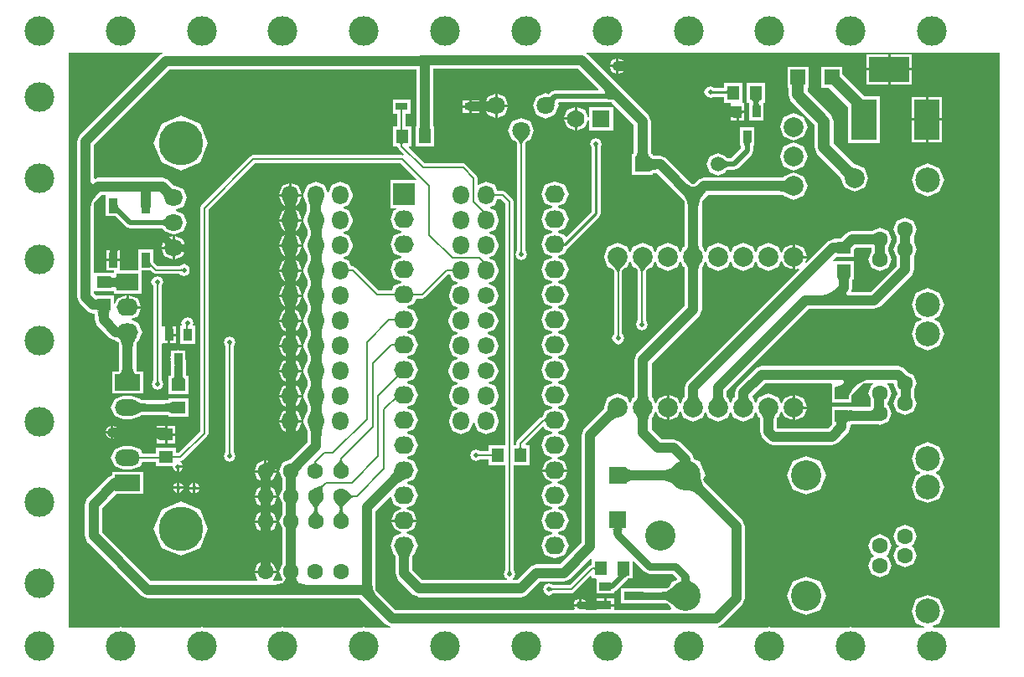
<source format=gtl>
G04 Layer_Physical_Order=1*
G04 Layer_Color=255*
%FSTAX24Y24*%
%MOIN*%
G70*
G01*
G75*
%ADD10R,0.0472X0.0315*%
%ADD11R,0.0600X0.0600*%
%ADD12R,0.0335X0.0472*%
%ADD13R,0.0500X0.0550*%
%ADD14R,0.0550X0.0500*%
%ADD15R,0.0472X0.0335*%
%ADD16R,0.0700X0.0700*%
%ADD17R,0.0354X0.0591*%
%ADD18C,0.0394*%
%ADD19C,0.0472*%
%ADD20C,0.0060*%
%ADD21C,0.0315*%
%ADD22C,0.0400*%
%ADD23C,0.0300*%
%ADD24C,0.0100*%
%ADD25C,0.0200*%
%ADD26C,0.0197*%
%ADD27O,0.0780X0.0700*%
%ADD28R,0.0866X0.0866*%
%ADD29O,0.0650X0.0750*%
%ADD30O,0.0750X0.0650*%
%ADD31O,0.0650X0.0680*%
%ADD32C,0.1181*%
%ADD33C,0.0787*%
%ADD34C,0.1772*%
%ADD35C,0.0630*%
%ADD36R,0.1000X0.0650*%
%ADD37O,0.1000X0.0650*%
%ADD38O,0.0850X0.0700*%
%ADD39R,0.0850X0.0700*%
%ADD40R,0.1000X0.1600*%
%ADD41R,0.1600X0.1000*%
%ADD42C,0.0591*%
%ADD43R,0.0591X0.0591*%
%ADD44C,0.0709*%
%ADD45C,0.0700*%
%ADD46C,0.1200*%
%ADD47C,0.0984*%
%ADD48C,0.0200*%
%ADD49C,0.0400*%
%ADD50C,0.0300*%
G36*
X036202Y032148D02*
X036208Y032079D01*
X036218Y032019D01*
X036232Y031967D01*
X03625Y031923D01*
X036272Y031887D01*
X036298Y031859D01*
X036328Y031839D01*
X036362Y031827D01*
X0364Y031823D01*
X0356D01*
X035638Y031827D01*
X035672Y031839D01*
X035702Y031859D01*
X035728Y031887D01*
X03575Y031923D01*
X035768Y031967D01*
X035782Y032019D01*
X035792Y032079D01*
X035798Y032148D01*
X0358Y032224D01*
X0362D01*
X036202Y032148D01*
D02*
G37*
G36*
X04377Y032754D02*
X043757Y032717D01*
X043744Y032677D01*
X043734Y032632D01*
X043718Y032529D01*
X043713Y032474D01*
X043718Y032392D01*
X043725Y032339D01*
X043744Y032245D01*
X043757Y032204D01*
X04377Y032167D01*
X043786Y032135D01*
X043214Y032191D01*
X043232Y032216D01*
X043247Y032246D01*
X043261Y032282D01*
X043272Y032323D01*
X043282Y032369D01*
X043291Y032421D01*
X043294Y032456D01*
X043291Y0325D01*
X043282Y032552D01*
X043272Y032598D01*
X043261Y032639D01*
X043247Y032675D01*
X043232Y032705D01*
X043214Y03273D01*
X043786Y032786D01*
X04377Y032754D01*
D02*
G37*
G36*
Y031754D02*
X043757Y031717D01*
X043744Y031677D01*
X043734Y031632D01*
X043718Y031529D01*
X043713Y031474D01*
X043718Y031393D01*
X043725Y031339D01*
X043744Y031245D01*
X043757Y031204D01*
X04377Y031167D01*
X043786Y031135D01*
X043214Y031191D01*
X043232Y031216D01*
X043247Y031246D01*
X043261Y031282D01*
X043272Y031323D01*
X043282Y031369D01*
X043291Y031421D01*
X043294Y031456D01*
X043291Y0315D01*
X043282Y031552D01*
X043272Y031598D01*
X043261Y031639D01*
X043247Y031675D01*
X043232Y031705D01*
X043214Y03173D01*
X043786Y031786D01*
X04377Y031754D01*
D02*
G37*
G36*
X046788Y031704D02*
X046783Y031707D01*
X046778Y031709D01*
X046772Y031709D01*
X046766Y031708D01*
X046759Y031706D01*
X046752Y031702D01*
X046744Y031698D01*
X046736Y031691D01*
X046727Y031684D01*
X046718Y031675D01*
X046671Y031713D01*
X04668Y031723D01*
X046687Y031731D01*
X046693Y031739D01*
X046697Y031746D01*
X0467Y031753D01*
X046702Y03176D01*
X046702Y031765D01*
X046701Y031771D01*
X046698Y031775D01*
X046694Y031779D01*
X046788Y031704D01*
D02*
G37*
G36*
X04377Y033754D02*
X043757Y033717D01*
X043744Y033677D01*
X043734Y033632D01*
X043718Y033529D01*
X043713Y033474D01*
X043718Y033393D01*
X043725Y033339D01*
X043744Y033245D01*
X043757Y033204D01*
X04377Y033167D01*
X043786Y033135D01*
X043214Y033191D01*
X043232Y033216D01*
X043247Y033246D01*
X043261Y033282D01*
X043272Y033323D01*
X043282Y033369D01*
X043291Y033421D01*
X043294Y033456D01*
X043291Y0335D01*
X043282Y033552D01*
X043272Y033598D01*
X043261Y033639D01*
X043247Y033675D01*
X043232Y033705D01*
X043214Y03373D01*
X043786Y033786D01*
X04377Y033754D01*
D02*
G37*
G36*
X055545Y033402D02*
X055547Y033393D01*
X055549Y033385D01*
X055551Y033376D01*
X055555Y033368D01*
X055559Y033359D01*
X055565Y033351D01*
X055571Y033343D01*
X055577Y033335D01*
X055585Y033327D01*
X055445D01*
X055453Y033335D01*
X055459Y033343D01*
X055465Y033351D01*
X055471Y033359D01*
X055475Y033368D01*
X055479Y033376D01*
X055481Y033385D01*
X055483Y033393D01*
X055485Y033402D01*
X055485Y033411D01*
X055545D01*
X055545Y033402D01*
D02*
G37*
G36*
X036335Y033273D02*
X036307Y033229D01*
X036282Y033182D01*
X03626Y033133D01*
X036242Y033081D01*
X036227Y033026D01*
X036215Y03297D01*
X036207Y03291D01*
X036202Y032848D01*
X0362Y032783D01*
X0358D01*
X035798Y032848D01*
X035793Y03291D01*
X035785Y03297D01*
X035773Y033026D01*
X035758Y033081D01*
X03574Y033133D01*
X035718Y033182D01*
X035693Y033229D01*
X035665Y033273D01*
X035634Y033315D01*
X036366D01*
X036335Y033273D01*
D02*
G37*
G36*
X046617Y03294D02*
X046616Y032946D01*
X046614Y032951D01*
X046611Y032955D01*
X046606Y032959D01*
X046601Y032963D01*
X046594Y032965D01*
X046585Y032967D01*
X046576Y032969D01*
X046565Y03297D01*
X046553Y03297D01*
Y03303D01*
X046565Y03303D01*
X046576Y033031D01*
X046585Y033033D01*
X046594Y033035D01*
X046601Y033037D01*
X046606Y033041D01*
X046611Y033045D01*
X046614Y033049D01*
X046616Y033054D01*
X046617Y03306D01*
Y03294D01*
D02*
G37*
G36*
X046675Y030803D02*
X046672Y030808D01*
X046668Y030811D01*
X046664Y030813D01*
X046659Y030814D01*
X046653Y030813D01*
X046647Y030811D01*
X04664Y030807D01*
X046633Y030801D01*
X046624Y030794D01*
X046615Y030786D01*
X046588Y030843D01*
X046597Y030852D01*
X046605Y030861D01*
X046611Y03087D01*
X046616Y030878D01*
X04662Y030885D01*
X046623Y030893D01*
X046624Y0309D01*
X046625Y030906D01*
X046624Y030913D01*
X046622Y030919D01*
X046675Y030803D01*
D02*
G37*
G36*
X051038Y038628D02*
Y029006D01*
X050355D01*
Y028773D01*
X050024D01*
X049865Y028839D01*
X049697Y028769D01*
X049627Y028601D01*
X049697Y028432D01*
X049865Y028363D01*
X050033Y028432D01*
X05004Y028448D01*
X050355D01*
Y028216D01*
X051038D01*
Y024047D01*
X051032Y024044D01*
X050962Y023876D01*
X051032Y023707D01*
X051089Y023684D01*
X051079Y023634D01*
X047741D01*
X047343Y024032D01*
Y024617D01*
X0474Y02464D01*
X047549Y025D01*
X0474Y02536D01*
X0471Y025484D01*
Y025538D01*
X047384Y025656D01*
X047506Y02595D01*
X046494D01*
X046616Y025656D01*
X0469Y025538D01*
Y025484D01*
X0466Y02536D01*
X046451Y025D01*
X0466Y02464D01*
X046657Y024617D01*
Y02389D01*
X046657Y02389D01*
X046757Y023647D01*
X047357Y023048D01*
X047357Y023048D01*
X047478Y022998D01*
X047599Y022948D01*
X047599Y022948D01*
X051645D01*
X051645Y022948D01*
X051888Y023048D01*
X052406Y023567D01*
X05335D01*
X05335Y023567D01*
X053593Y023667D01*
X054406Y024481D01*
X054456Y02446D01*
Y024245D01*
X054369Y024209D01*
X053578Y023418D01*
X052941D01*
X052938Y023424D01*
X05277Y023494D01*
X052602Y023424D01*
X052532Y023256D01*
X052602Y023087D01*
X05277Y023017D01*
X052938Y023087D01*
X052941Y023093D01*
X053645D01*
X05376Y023141D01*
X054409Y02379D01*
X054456Y023771D01*
Y023699D01*
X054623D01*
X054652Y023661D01*
X054652Y023649D01*
Y023087D01*
X055364D01*
Y023179D01*
X055431Y023207D01*
X055893Y023669D01*
X055893Y023669D01*
X055906Y023699D01*
X056096D01*
Y024359D01*
X056142Y024378D01*
X056553Y023968D01*
X056765Y02388D01*
X057671D01*
X057865Y023685D01*
X057855Y023636D01*
X057649Y023551D01*
X057569Y023358D01*
X057567Y023357D01*
X057521Y023326D01*
X057476Y0233D01*
X055992D01*
X055961Y023287D01*
X055636D01*
Y022713D01*
X055961D01*
X055992Y0227D01*
X057476D01*
X057521Y022674D01*
X057567Y022643D01*
X057569Y022642D01*
X057629Y022496D01*
X057596Y022446D01*
X055346D01*
Y02258D01*
X05501D01*
Y02263D01*
D01*
Y02258D01*
X054775D01*
Y022464D01*
X054772Y022467D01*
X054763Y02247D01*
X054748Y022472D01*
X054727Y022474D01*
X054674Y022477D01*
Y022446D01*
X05424D01*
X054212Y022488D01*
X05425Y02258D01*
X05375D01*
X053788Y022488D01*
X05376Y022446D01*
X046663D01*
X045876Y023234D01*
X045871Y023245D01*
X045866Y023257D01*
Y026377D01*
X046431Y026941D01*
X04648Y026931D01*
X0466Y02664D01*
X0469Y026516D01*
Y026462D01*
X046616Y026344D01*
X046494Y02605D01*
X047506D01*
X047384Y026344D01*
X0471Y026462D01*
Y026516D01*
X0474Y02664D01*
X047549Y027D01*
X0474Y02736D01*
X047121Y027475D01*
Y027525D01*
X0474Y02764D01*
X047549Y028D01*
X0474Y02836D01*
X047121Y028475D01*
Y028525D01*
X0474Y02864D01*
X047549Y029D01*
X0474Y02936D01*
X047121Y029475D01*
Y029525D01*
X0474Y02964D01*
X047549Y03D01*
X0474Y03036D01*
X047121Y030475D01*
Y030525D01*
X0474Y03064D01*
X047549Y031D01*
X0474Y03136D01*
X047121Y031475D01*
Y031525D01*
X0474Y03164D01*
X047549Y032D01*
X0474Y03236D01*
X047121Y032475D01*
Y032525D01*
X0474Y03264D01*
X047549Y033D01*
X0474Y03336D01*
X047121Y033475D01*
Y033525D01*
X0474Y03364D01*
X047549Y034D01*
X0474Y03436D01*
X047121Y034475D01*
Y034525D01*
X0474Y03464D01*
X047481Y034838D01*
X047719D01*
X047834Y034885D01*
X048747Y035798D01*
X04882D01*
X048914Y03557D01*
X049123Y035484D01*
Y035434D01*
X048924Y035351D01*
X048783Y035011D01*
Y034911D01*
X048924Y03457D01*
X049123Y034488D01*
Y034438D01*
X048914Y034351D01*
X048773Y034011D01*
Y033911D01*
X048914Y03357D01*
X049123Y033484D01*
Y033434D01*
X048924Y033351D01*
X048783Y033011D01*
Y032911D01*
X048924Y03257D01*
X049123Y032488D01*
Y032438D01*
X048914Y032351D01*
X048773Y032011D01*
Y031911D01*
X048914Y03157D01*
X049123Y031484D01*
Y031434D01*
X048924Y031351D01*
X048783Y031011D01*
Y030911D01*
X048924Y03057D01*
X049128Y030486D01*
Y030436D01*
X048924Y030351D01*
X048783Y030011D01*
Y029911D01*
X048924Y02957D01*
X049265Y029429D01*
X049606Y02957D01*
X049747Y029911D01*
X049793D01*
X049934Y02957D01*
X050275Y029429D01*
X050616Y02957D01*
X050757Y029911D01*
Y030011D01*
X050616Y030351D01*
X050412Y030436D01*
Y030486D01*
X050616Y03057D01*
X050757Y030911D01*
Y031011D01*
X050616Y031351D01*
X050365Y031455D01*
Y031505D01*
X050606Y031605D01*
X050747Y031946D01*
Y031976D01*
X050606Y032316D01*
X050327Y032431D01*
Y032486D01*
X050616Y032605D01*
X050757Y032946D01*
Y032976D01*
X050616Y033316D01*
X050327Y033436D01*
Y03349D01*
X050606Y033605D01*
X050747Y033946D01*
Y033976D01*
X050606Y034316D01*
X050327Y034432D01*
Y034486D01*
X050616Y034605D01*
X050757Y034946D01*
Y034976D01*
X050616Y035316D01*
X050365Y03542D01*
Y03547D01*
X050606Y03557D01*
X050747Y035911D01*
Y036011D01*
X050606Y036351D01*
X050402Y036436D01*
Y036486D01*
X050606Y03657D01*
X050747Y036911D01*
Y037011D01*
X050606Y037351D01*
X050407Y037434D01*
Y037484D01*
X050616Y03757D01*
X050757Y037911D01*
Y038011D01*
X050616Y038351D01*
X050412Y038436D01*
Y038486D01*
X050616Y03857D01*
X05071Y038798D01*
X050868D01*
X051038Y038628D01*
D02*
G37*
G36*
X056761Y030203D02*
X056748Y030183D01*
X056737Y030161D01*
X056727Y030136D01*
X056719Y030108D01*
X056712Y030077D01*
X056707Y030044D01*
X056703Y030007D01*
X0567Y029925D01*
X0563D01*
X056299Y029967D01*
X056293Y030044D01*
X056288Y030077D01*
X056281Y030108D01*
X056273Y030136D01*
X056263Y030161D01*
X056252Y030183D01*
X056239Y030203D01*
X056224Y030219D01*
X056776D01*
X056761Y030203D01*
D02*
G37*
G36*
X051655Y028933D02*
X051656Y028922D01*
X051658Y028913D01*
X05166Y028905D01*
X051663Y028899D01*
X051666Y028893D01*
X05167Y028889D01*
X051674Y028886D01*
X051679Y028884D01*
X051685Y028883D01*
X051565D01*
X051571Y028884D01*
X051576Y028886D01*
X05158Y028889D01*
X051584Y028893D01*
X051588Y028899D01*
X05159Y028905D01*
X051592Y028913D01*
X051594Y028922D01*
X051595Y028933D01*
X051595Y028944D01*
X051655D01*
X051655Y028933D01*
D02*
G37*
G36*
X04377Y029754D02*
X043757Y029717D01*
X043744Y029677D01*
X043734Y029632D01*
X043718Y029529D01*
X043712Y029471D01*
X043705Y029272D01*
X043305Y02924D01*
X043304Y029313D01*
X043291Y0295D01*
X043282Y029552D01*
X043272Y029598D01*
X043261Y029639D01*
X043247Y029675D01*
X043232Y029705D01*
X043214Y02973D01*
X043786Y029786D01*
X04377Y029754D01*
D02*
G37*
G36*
Y030754D02*
X043757Y030717D01*
X043744Y030677D01*
X043734Y030632D01*
X043718Y030529D01*
X043713Y030474D01*
X043718Y030392D01*
X043725Y030339D01*
X043744Y030245D01*
X043757Y030204D01*
X04377Y030167D01*
X043786Y030135D01*
X043214Y030191D01*
X043232Y030216D01*
X043247Y030246D01*
X043261Y030282D01*
X043272Y030323D01*
X043282Y030369D01*
X043291Y030421D01*
X043294Y030456D01*
X043291Y0305D01*
X043282Y030552D01*
X043272Y030598D01*
X043261Y030639D01*
X043247Y030675D01*
X043232Y030705D01*
X043214Y03073D01*
X043786Y030786D01*
X04377Y030754D01*
D02*
G37*
G36*
X056701Y031033D02*
X056707Y030956D01*
X056712Y030923D01*
X056719Y030892D01*
X056727Y030864D01*
X056737Y030839D01*
X056748Y030817D01*
X056761Y030797D01*
X056776Y030781D01*
X056224D01*
X056239Y030797D01*
X056252Y030817D01*
X056263Y030839D01*
X056273Y030864D01*
X056281Y030892D01*
X056288Y030923D01*
X056293Y030956D01*
X056297Y030993D01*
X0563Y031075D01*
X0567D01*
X056701Y031033D01*
D02*
G37*
G36*
X052613Y029928D02*
X052611Y029936D01*
X052608Y029943D01*
X052604Y02995D01*
X052598Y029955D01*
X052592Y02996D01*
X052585Y029963D01*
X052576Y029966D01*
X052567Y029968D01*
X052557Y02997D01*
X052545Y02997D01*
Y03003D01*
X052557Y03003D01*
X052567Y030032D01*
X052576Y030034D01*
X052585Y030037D01*
X052592Y03004D01*
X052598Y030045D01*
X052604Y03005D01*
X052608Y030057D01*
X052611Y030064D01*
X052613Y030072D01*
Y029928D01*
D02*
G37*
G36*
X055496Y030106D02*
X055474Y030105D01*
X05545Y030101D01*
X055426Y030093D01*
X055401Y030082D01*
X055375Y030068D01*
X055348Y030052D01*
X05532Y030031D01*
X055291Y030008D01*
X055231Y029953D01*
X054953Y030231D01*
X054982Y030262D01*
X055031Y03032D01*
X055052Y030348D01*
X055068Y030375D01*
X055082Y030401D01*
X055093Y030426D01*
X055101Y03045D01*
X055105Y030474D01*
X055106Y030496D01*
X055496Y030106D01*
D02*
G37*
G36*
X0565Y033962D02*
X056502Y033953D01*
X056504Y033945D01*
X056506Y033936D01*
X05651Y033928D01*
X056514Y033919D01*
X05652Y033911D01*
X056526Y033903D01*
X056532Y033895D01*
X05654Y033887D01*
X0564D01*
X056408Y033895D01*
X056414Y033903D01*
X05642Y033911D01*
X056426Y033919D01*
X05643Y033928D01*
X056434Y033936D01*
X056436Y033945D01*
X056438Y033953D01*
X05644Y033962D01*
X05644Y033971D01*
X0565D01*
X0565Y033962D01*
D02*
G37*
G36*
X038174Y035911D02*
X038166Y035918D01*
X038158Y035925D01*
X03815Y035931D01*
X038141Y035936D01*
X038133Y035941D01*
X038125Y035944D01*
X038116Y035947D01*
X038107Y035949D01*
X038099Y03595D01*
X03809Y035951D01*
Y036011D01*
X038099Y036011D01*
X038107Y036012D01*
X038116Y036014D01*
X038125Y036017D01*
X038133Y036021D01*
X038141Y036025D01*
X03815Y03603D01*
X038158Y036036D01*
X038166Y036043D01*
X038174Y036051D01*
Y035911D01*
D02*
G37*
G36*
X058761Y036203D02*
X058748Y036183D01*
X058737Y036161D01*
X058727Y036136D01*
X058719Y036108D01*
X058712Y036077D01*
X058707Y036044D01*
X058703Y036007D01*
X0587Y035925D01*
X0583D01*
X058299Y035967D01*
X058293Y036044D01*
X058288Y036077D01*
X058281Y036108D01*
X058273Y036136D01*
X058263Y036161D01*
X058252Y036183D01*
X058239Y036203D01*
X058224Y036219D01*
X058776D01*
X058761Y036203D01*
D02*
G37*
G36*
X044789Y036015D02*
X044791Y03601D01*
X044794Y036005D01*
X044798Y036001D01*
X044804Y035998D01*
X044811Y035995D01*
X044819Y035993D01*
X044828Y035992D01*
X044839Y035991D01*
X04485Y035991D01*
Y035931D01*
X044839Y03593D01*
X044828Y035929D01*
X044819Y035928D01*
X044811Y035926D01*
X044804Y035923D01*
X044798Y03592D01*
X044794Y035916D01*
X044791Y035912D01*
X044789Y035906D01*
X044788Y035901D01*
Y036021D01*
X044789Y036015D01*
D02*
G37*
G36*
X048932Y035901D02*
X048931Y035906D01*
X048929Y035912D01*
X048926Y035916D01*
X048922Y03592D01*
X048916Y035923D01*
X048909Y035926D01*
X048901Y035928D01*
X048892Y035929D01*
X048881Y03593D01*
X04887Y035931D01*
Y035991D01*
X048881Y035991D01*
X048892Y035992D01*
X048901Y035993D01*
X048909Y035995D01*
X048916Y035998D01*
X048922Y036001D01*
X048926Y036005D01*
X048929Y03601D01*
X048931Y036015D01*
X048932Y036021D01*
Y035901D01*
D02*
G37*
G36*
X050135Y036353D02*
X050144Y036346D01*
X050152Y03634D01*
X05016Y036335D01*
X050168Y036331D01*
X050175Y036328D01*
X050182Y036326D01*
X050189Y036326D01*
X050195Y036327D01*
X050201Y036328D01*
X050082Y036278D01*
X050088Y036281D01*
X050091Y036285D01*
X050094Y036289D01*
X050094Y036294D01*
X050093Y036299D01*
X050091Y036305D01*
X050087Y036312D01*
X050082Y03632D01*
X050075Y036328D01*
X050066Y036337D01*
X050126Y036362D01*
X050135Y036353D01*
D02*
G37*
G36*
X058701Y037033D02*
X058707Y036956D01*
X058712Y036923D01*
X058719Y036892D01*
X058727Y036864D01*
X058737Y036839D01*
X058748Y036817D01*
X058761Y036797D01*
X058776Y036781D01*
X058224D01*
X058239Y036797D01*
X058252Y036817D01*
X058263Y036839D01*
X058273Y036864D01*
X058281Y036892D01*
X058288Y036923D01*
X058293Y036956D01*
X058297Y036993D01*
X0583Y037075D01*
X0587D01*
X058701Y037033D01*
D02*
G37*
G36*
X036907Y036279D02*
X036909Y03627D01*
X036911Y036262D01*
X036914Y036253D01*
X036918Y036245D01*
X036923Y036237D01*
X036928Y036228D01*
X036935Y036219D01*
X036942Y036211D01*
X036951Y036202D01*
Y036117D01*
X036942Y036125D01*
X036935Y036131D01*
X036928Y036135D01*
X036923Y036138D01*
X036918Y036139D01*
X036914Y036138D01*
X036911Y036135D01*
X036909Y036131D01*
X036907Y036125D01*
X036907Y036117D01*
Y036287D01*
X036907Y036279D01*
D02*
G37*
G36*
X04377Y036754D02*
X043757Y036717D01*
X043744Y036677D01*
X043734Y036632D01*
X043718Y036529D01*
X043713Y036474D01*
X043718Y036393D01*
X043725Y036339D01*
X043744Y036245D01*
X043757Y036204D01*
X04377Y036167D01*
X043786Y036135D01*
X043214Y036191D01*
X043232Y036216D01*
X043247Y036246D01*
X043261Y036282D01*
X043272Y036323D01*
X043282Y036369D01*
X043291Y036421D01*
X043294Y036456D01*
X043291Y0365D01*
X043282Y036552D01*
X043272Y036598D01*
X043261Y036639D01*
X043247Y036675D01*
X043232Y036705D01*
X043214Y03673D01*
X043786Y036786D01*
X04377Y036754D01*
D02*
G37*
G36*
X05574Y03618D02*
X055605Y036013D01*
X055584Y035979D01*
X055567Y035948D01*
X055555Y03592D01*
X055547Y035895D01*
X055545Y035873D01*
X055485Y03587D01*
X055483Y035894D01*
X055475Y03592D01*
X055463Y035948D01*
X055445Y035978D01*
X055423Y036011D01*
X055395Y036046D01*
X055325Y036122D01*
X055283Y036164D01*
X055235Y036209D01*
X055786Y03623D01*
X05574Y03618D01*
D02*
G37*
G36*
X04377Y034754D02*
X043757Y034717D01*
X043744Y034677D01*
X043734Y034632D01*
X043718Y034529D01*
X043713Y034474D01*
X043718Y034392D01*
X043725Y034339D01*
X043744Y034245D01*
X043757Y034204D01*
X04377Y034167D01*
X043786Y034135D01*
X043214Y034191D01*
X043232Y034216D01*
X043247Y034246D01*
X043261Y034282D01*
X043272Y034323D01*
X043282Y034369D01*
X043291Y034421D01*
X043294Y034456D01*
X043291Y0345D01*
X043282Y034552D01*
X043272Y034598D01*
X043261Y034639D01*
X043247Y034675D01*
X043232Y034705D01*
X043214Y03473D01*
X043786Y034786D01*
X04377Y034754D01*
D02*
G37*
G36*
X046617Y03494D02*
X046616Y034946D01*
X046614Y034951D01*
X046611Y034955D01*
X046606Y034959D01*
X046601Y034963D01*
X046594Y034965D01*
X046585Y034967D01*
X046576Y034969D01*
X046565Y03497D01*
X046553Y03497D01*
Y03503D01*
X046565Y03503D01*
X046576Y035031D01*
X046585Y035033D01*
X046594Y035035D01*
X046601Y035037D01*
X046606Y035041D01*
X046611Y035045D01*
X046614Y035049D01*
X046616Y035054D01*
X046617Y03506D01*
Y03494D01*
D02*
G37*
G36*
Y03394D02*
X046616Y033946D01*
X046614Y033951D01*
X046611Y033955D01*
X046606Y033959D01*
X046601Y033963D01*
X046594Y033965D01*
X046585Y033967D01*
X046576Y033969D01*
X046565Y03397D01*
X046553Y03397D01*
Y03403D01*
X046565Y03403D01*
X046576Y034031D01*
X046585Y034033D01*
X046594Y034035D01*
X046601Y034037D01*
X046606Y034041D01*
X046611Y034045D01*
X046614Y034049D01*
X046616Y034054D01*
X046617Y03406D01*
Y03394D01*
D02*
G37*
G36*
X03531Y034338D02*
X035297Y034327D01*
X035286Y03431D01*
X035277Y034285D01*
X035268Y034253D01*
X035262Y034215D01*
X035257Y034169D01*
X035251Y034057D01*
X03525Y03399D01*
X03485D01*
X034849Y034057D01*
X034838Y034215D01*
X034832Y034253D01*
X034823Y034285D01*
X034814Y03431D01*
X034803Y034327D01*
X03479Y034338D01*
X034776Y034341D01*
X035324D01*
X03531Y034338D01*
D02*
G37*
G36*
X035577Y035642D02*
X035624Y03564D01*
Y03534D01*
X035577Y035339D01*
Y03519D01*
X035574Y035219D01*
X035565Y035244D01*
X03555Y035266D01*
X035529Y035286D01*
X035502Y035303D01*
X035469Y035316D01*
X035436Y035325D01*
X035432Y035324D01*
X035399Y035315D01*
X035372Y035304D01*
X035351Y035292D01*
X035336Y035277D01*
X035327Y03526D01*
X035324Y035241D01*
Y035339D01*
X035276Y03534D01*
Y03564D01*
X035324Y035641D01*
Y035739D01*
X035327Y03572D01*
X035336Y035703D01*
X035351Y035688D01*
X035372Y035676D01*
X035399Y035665D01*
X035432Y035656D01*
X035436Y035655D01*
X035469Y035664D01*
X035502Y035677D01*
X035529Y035694D01*
X03555Y035714D01*
X035565Y035736D01*
X035574Y035761D01*
X035577Y03579D01*
Y035642D01*
D02*
G37*
G36*
X056753Y036199D02*
X056705Y036157D01*
X056591Y036044D01*
X056563Y03601D01*
X056541Y035978D01*
X056523Y035948D01*
X05651Y03592D01*
X056503Y035894D01*
X0565Y03587D01*
X05644Y035875D01*
X056438Y035896D01*
X056431Y03592D01*
X056419Y035948D01*
X056402Y035979D01*
X056381Y036014D01*
X056324Y036094D01*
X056249Y036188D01*
X056204Y036241D01*
X056753Y036199D01*
D02*
G37*
G36*
X047384Y035054D02*
X047386Y035049D01*
X047389Y035045D01*
X047394Y035041D01*
X047399Y035037D01*
X047406Y035035D01*
X047415Y035033D01*
X047424Y035031D01*
X047435Y03503D01*
X047447Y03503D01*
Y03497D01*
X047435Y03497D01*
X047424Y034969D01*
X047415Y034967D01*
X047406Y034965D01*
X047399Y034963D01*
X047394Y034959D01*
X047389Y034955D01*
X047386Y034951D01*
X047384Y034946D01*
X047383Y03494D01*
Y03506D01*
X047384Y035054D01*
D02*
G37*
G36*
X04377Y035754D02*
X043757Y035717D01*
X043744Y035677D01*
X043734Y035632D01*
X043718Y035529D01*
X043713Y035474D01*
X043718Y035392D01*
X043725Y035339D01*
X043744Y035245D01*
X043757Y035204D01*
X04377Y035167D01*
X043786Y035135D01*
X043214Y035191D01*
X043232Y035216D01*
X043247Y035246D01*
X043261Y035282D01*
X043272Y035323D01*
X043282Y035369D01*
X043291Y035421D01*
X043294Y035456D01*
X043291Y0355D01*
X043282Y035552D01*
X043272Y035598D01*
X043261Y035639D01*
X043247Y035675D01*
X043232Y035705D01*
X043214Y03573D01*
X043786Y035786D01*
X04377Y035754D01*
D02*
G37*
G36*
X050477Y028551D02*
X050477Y028556D01*
X050475Y028561D01*
X050472Y028566D01*
X050468Y02857D01*
X050462Y028573D01*
X050455Y028576D01*
X050447Y028578D01*
X050438Y028579D01*
X050428Y02858D01*
X050416Y028581D01*
Y028641D01*
X050428Y028641D01*
X050438Y028642D01*
X050447Y028643D01*
X050455Y028645D01*
X050462Y028648D01*
X050468Y028651D01*
X050472Y028655D01*
X050475Y02866D01*
X050477Y028665D01*
X050477Y028671D01*
Y028551D01*
D02*
G37*
G36*
X05572Y025678D02*
X055707Y025671D01*
X055695Y02566D01*
X055685Y025643D01*
X055677Y025622D01*
X05567Y025596D01*
X055664Y025565D01*
X055661Y02553D01*
X055657Y025445D01*
X055343D01*
X055342Y02549D01*
X055336Y025565D01*
X05533Y025596D01*
X055323Y025622D01*
X055315Y025643D01*
X055305Y02566D01*
X055293Y025671D01*
X05528Y025678D01*
X055265Y025681D01*
X055735D01*
X05572Y025678D01*
D02*
G37*
G36*
X042718Y025729D02*
X042714Y025723D01*
X04271Y025714D01*
X042706Y025701D01*
X042703Y025685D01*
X042695Y025556D01*
X042695Y02552D01*
X042295Y025537D01*
X042295Y025573D01*
X042292Y02566D01*
X042289Y025701D01*
X042286Y025717D01*
X042284Y025729D01*
X042281Y025737D01*
X042277Y025743D01*
X042491Y025961D01*
X042718Y025729D01*
D02*
G37*
G36*
X042695Y024357D02*
X042705Y024213D01*
X042708Y0242D01*
X042712Y024191D01*
X042715Y024186D01*
X042275D01*
X042278Y024191D01*
X042282Y0242D01*
X042285Y024213D01*
X042288Y024228D01*
X042292Y02427D01*
X042294Y024325D01*
X042295Y024393D01*
X042695D01*
X042695Y024357D01*
D02*
G37*
G36*
X047261Y024702D02*
X047247Y024682D01*
X047235Y02466D01*
X047225Y024634D01*
X047217Y024606D01*
X047209Y024575D01*
X047204Y024541D01*
X0472Y024505D01*
X047197Y024423D01*
X046803D01*
X046802Y024465D01*
X046796Y024541D01*
X046791Y024575D01*
X046783Y024606D01*
X046775Y024634D01*
X046765Y02466D01*
X046753Y024682D01*
X046739Y024702D01*
X046724Y024719D01*
X047276D01*
X047261Y024702D01*
D02*
G37*
G36*
X044547Y026438D02*
X044552Y026415D01*
X04456Y026391D01*
X044572Y026365D01*
X044588Y026338D01*
X044606Y02631D01*
X044629Y02628D01*
X044683Y026218D01*
X044715Y026186D01*
X044275D01*
X044307Y026218D01*
X044361Y02628D01*
X044384Y02631D01*
X044402Y026338D01*
X044418Y026365D01*
X04443Y026391D01*
X044438Y026415D01*
X044443Y026438D01*
X044445Y026461D01*
X044545D01*
X044547Y026438D01*
D02*
G37*
G36*
X043673Y026703D02*
X043619Y026641D01*
X043596Y026611D01*
X043578Y026583D01*
X043562Y026556D01*
X04355Y026531D01*
X043542Y026506D01*
X043537Y026483D01*
X043535Y026461D01*
X043435D01*
X043433Y026483D01*
X043428Y026506D01*
X04342Y026531D01*
X043408Y026556D01*
X043392Y026583D01*
X043374Y026611D01*
X043351Y026641D01*
X043297Y026703D01*
X043265Y026736D01*
X043705D01*
X043673Y026703D01*
D02*
G37*
G36*
X042695Y026365D02*
X042703Y026236D01*
X042706Y02622D01*
X04271Y026208D01*
X042714Y026198D01*
X042718Y026192D01*
X042491Y025961D01*
X042277Y026178D01*
X042281Y026184D01*
X042284Y026193D01*
X042286Y026205D01*
X042289Y02622D01*
X042292Y026261D01*
X042295Y026349D01*
X042295Y026384D01*
X042695Y026401D01*
X042695Y026365D01*
D02*
G37*
G36*
X043537Y026438D02*
X043542Y026415D01*
X04355Y026391D01*
X043562Y026365D01*
X043578Y026338D01*
X043596Y02631D01*
X043619Y02628D01*
X043673Y026218D01*
X043705Y026186D01*
X043265D01*
X043297Y026218D01*
X043351Y02628D01*
X043374Y02631D01*
X043392Y026338D01*
X043408Y026365D01*
X04342Y026391D01*
X043428Y026415D01*
X043433Y026438D01*
X043435Y026461D01*
X043535D01*
X043537Y026438D01*
D02*
G37*
G36*
X054578Y024034D02*
X054577Y02404D01*
X054576Y024045D01*
X054572Y02405D01*
X054568Y024054D01*
X054563Y024057D01*
X054556Y02406D01*
X054548Y024062D01*
X054539Y024063D01*
X054528Y024064D01*
X054517Y024064D01*
Y024124D01*
X054528Y024125D01*
X054539Y024126D01*
X054548Y024127D01*
X054556Y024129D01*
X054563Y024132D01*
X054568Y024135D01*
X054572Y024139D01*
X054576Y024144D01*
X054577Y024149D01*
X054578Y024154D01*
Y024034D01*
D02*
G37*
G36*
X045723Y023504D02*
X045731Y023428D01*
X045745Y023353D01*
X045765Y023282D01*
X045791Y023212D01*
X045822Y023145D01*
X045859Y02308D01*
X045901Y023018D01*
X045949Y022958D01*
X046003Y0229D01*
X04552Y0231D01*
X04572Y023583D01*
X045723Y023504D01*
D02*
G37*
G36*
X042699Y023774D02*
X042706Y023736D01*
X042715D01*
X042712Y02373D01*
X042708Y023721D01*
X042711Y023706D01*
X042731Y023646D01*
X042759Y023594D01*
X042795Y02355D01*
X042839Y023514D01*
X042891Y023486D01*
X042951Y023466D01*
X043019Y023454D01*
X043095Y02345D01*
X042495Y02305D01*
X041895Y02345D01*
X041971Y023454D01*
X042039Y023466D01*
X042099Y023486D01*
X042151Y023514D01*
X042195Y02355D01*
X042231Y023594D01*
X042259Y023646D01*
X042279Y023706D01*
X042282Y023721D01*
X042278Y02373D01*
X042275Y023736D01*
X042284D01*
X042291Y023774D01*
X042295Y02385D01*
X042695D01*
X042699Y023774D01*
D02*
G37*
G36*
X057772Y02258D02*
X05772Y02263D01*
X057669Y022675D01*
X057618Y022714D01*
X057566Y022748D01*
X057515Y022777D01*
X057464Y022801D01*
X057413Y022819D01*
X057362Y022832D01*
X057312Y02284D01*
X057261Y022843D01*
Y023157D01*
X057312Y02316D01*
X057362Y023168D01*
X057413Y023181D01*
X057464Y023199D01*
X057515Y023223D01*
X057566Y023252D01*
X057618Y023286D01*
X057669Y023325D01*
X05772Y02337D01*
X057772Y02342D01*
Y02258D01*
D02*
G37*
G36*
X05623Y023164D02*
X05624Y023163D01*
X056255Y023162D01*
X056381Y023158D01*
X056542Y023157D01*
Y022843D01*
X056227Y022834D01*
Y023166D01*
X05623Y023164D01*
D02*
G37*
G36*
X055949Y023819D02*
X055921Y023812D01*
X055892Y023802D01*
X055861Y023787D01*
X055829Y023768D01*
X055794Y023746D01*
X055759Y023718D01*
X055682Y023652D01*
X055641Y023612D01*
X055432Y023681D01*
X055458Y023708D01*
X055495Y023752D01*
X055506Y023771D01*
X055513Y023786D01*
X055515Y023798D01*
X055512Y023808D01*
X055505Y023815D01*
X055493Y023819D01*
X055477Y023821D01*
X055974D01*
X055949Y023819D01*
D02*
G37*
G36*
X05123Y024022D02*
X051232Y024013D01*
X051234Y024005D01*
X051236Y023996D01*
X05124Y023988D01*
X051244Y023979D01*
X05125Y023971D01*
X051256Y023963D01*
X051262Y023955D01*
X05127Y023947D01*
X05113D01*
X051138Y023955D01*
X051144Y023963D01*
X05115Y023971D01*
X051156Y023979D01*
X05116Y023988D01*
X051164Y023996D01*
X051166Y024005D01*
X051168Y024013D01*
X05117Y024022D01*
X05117Y024031D01*
X05123D01*
X05123Y024022D01*
D02*
G37*
G36*
X052849Y023318D02*
X052857Y023311D01*
X052865Y023305D01*
X052874Y0233D01*
X052882Y023296D01*
X05289Y023292D01*
X052899Y023289D01*
X052908Y023287D01*
X052916Y023286D01*
X052925Y023286D01*
Y023226D01*
X052916Y023225D01*
X052908Y023224D01*
X052899Y023222D01*
X05289Y023219D01*
X052882Y023216D01*
X052874Y023211D01*
X052865Y023206D01*
X052857Y0232D01*
X052849Y023193D01*
X052841Y023186D01*
Y023326D01*
X052849Y023318D01*
D02*
G37*
G36*
X058358Y023738D02*
X058365Y023648D01*
X058369Y023625D01*
X058374Y023606D01*
X05838Y02359D01*
X058387Y023578D01*
X058395Y023569D01*
X058404Y023564D01*
X057996D01*
X058005Y023569D01*
X058013Y023578D01*
X05802Y02359D01*
X058026Y023606D01*
X058031Y023625D01*
X058035Y023648D01*
X058038Y023675D01*
X058042Y023738D01*
X058043Y023775D01*
X058357D01*
X058358Y023738D01*
D02*
G37*
G36*
X044683Y026703D02*
X044629Y026641D01*
X044606Y026611D01*
X044588Y026583D01*
X044572Y026556D01*
X04456Y026531D01*
X044552Y026506D01*
X044547Y026483D01*
X044545Y026461D01*
X044445D01*
X044443Y026483D01*
X044438Y026506D01*
X04443Y026531D01*
X044418Y026556D01*
X044402Y026583D01*
X044384Y026611D01*
X044361Y026641D01*
X044307Y026703D01*
X044275Y026736D01*
X044715D01*
X044683Y026703D01*
D02*
G37*
G36*
X042942Y028125D02*
X042917Y028099D01*
X042822Y02799D01*
X042815Y027979D01*
X042811Y027971D01*
X04281Y027964D01*
X042498Y028276D01*
X042505Y028277D01*
X042514Y028281D01*
X042525Y028287D01*
X042538Y028297D01*
X04257Y028323D01*
X04261Y02836D01*
X042659Y028408D01*
X042942Y028125D01*
D02*
G37*
G36*
X044517Y028435D02*
X044522Y028413D01*
X044531Y028391D01*
X044544Y028366D01*
X04456Y028341D01*
X04458Y028314D01*
X044603Y028286D01*
X044661Y028227D01*
X044695Y028195D01*
X044275D01*
X044309Y028227D01*
X044367Y028286D01*
X04439Y028314D01*
X04441Y028341D01*
X044426Y028366D01*
X044439Y028391D01*
X044448Y028413D01*
X044453Y028435D01*
X044455Y028456D01*
X044515D01*
X044517Y028435D01*
D02*
G37*
G36*
X055833Y028121D02*
X055845Y028095D01*
X055865Y028073D01*
X055893Y028054D01*
X055929Y028037D01*
X055973Y028024D01*
X056025Y028013D01*
X056085Y028006D01*
X056153Y028001D01*
X056229Y028D01*
Y0276D01*
X056153Y027599D01*
X056025Y027587D01*
X055973Y027576D01*
X055929Y027563D01*
X055893Y027546D01*
X055865Y027527D01*
X055845Y027505D01*
X055833Y027479D01*
X055829Y027451D01*
Y028149D01*
X055833Y028121D01*
D02*
G37*
G36*
X042712Y02773D02*
X042708Y027721D01*
X042705Y027709D01*
X042702Y027693D01*
X042698Y027651D01*
X042696Y027597D01*
X042695Y027528D01*
X042295D01*
X042295Y027564D01*
X042285Y027709D01*
X042282Y027721D01*
X042278Y02773D01*
X042275Y027736D01*
X042715D01*
X042712Y02773D01*
D02*
G37*
G36*
X036494Y028554D02*
X036496Y028549D01*
X036499Y028545D01*
X036504Y028541D01*
X036509Y028537D01*
X036516Y028535D01*
X036525Y028533D01*
X036534Y028531D01*
X036545Y02853D01*
X036557Y02853D01*
Y02847D01*
X036545Y02847D01*
X036534Y028469D01*
X036525Y028467D01*
X036516Y028465D01*
X036509Y028463D01*
X036504Y028459D01*
X036499Y028455D01*
X036496Y028451D01*
X036494Y028446D01*
X036493Y02844D01*
Y02856D01*
X036494Y028554D01*
D02*
G37*
G36*
X037803Y028584D02*
X037805Y028579D01*
X037808Y028575D01*
X037812Y028571D01*
X037818Y028568D01*
X037825Y028565D01*
X037833Y028563D01*
X037842Y028561D01*
X037852Y02856D01*
X037864Y02856D01*
Y0285D01*
X037852Y0285D01*
X037842Y028499D01*
X037833Y028497D01*
X037825Y028495D01*
X037818Y028493D01*
X037812Y028489D01*
X037808Y028485D01*
X037805Y028481D01*
X037803Y028476D01*
X037803Y02847D01*
Y02859D01*
X037803Y028584D01*
D02*
G37*
G36*
X043505Y028329D02*
X043507Y028318D01*
X043509Y028308D01*
X043512Y028299D01*
X043516Y028291D01*
X043522Y028284D01*
X043527Y028278D01*
X043534Y028273D01*
X043542Y028269D01*
X043551Y028266D01*
X043399D01*
X043408Y028269D01*
X043416Y028273D01*
X043423Y028278D01*
X043428Y028284D01*
X043434Y028291D01*
X043438Y028299D01*
X043441Y028308D01*
X043443Y028318D01*
X043445Y028329D01*
X043445Y028341D01*
X043505D01*
X043505Y028329D01*
D02*
G37*
G36*
X037256Y02844D02*
X037256Y028446D01*
X037254Y028451D01*
X037251Y028455D01*
X037247Y028459D01*
X037241Y028463D01*
X037235Y028465D01*
X037227Y028467D01*
X037218Y028469D01*
X037208Y02847D01*
X037196Y02847D01*
Y02853D01*
X037208Y02853D01*
X037218Y028531D01*
X037227Y028533D01*
X037235Y028535D01*
X037241Y028537D01*
X037247Y028541D01*
X037251Y028545D01*
X037254Y028549D01*
X037256Y028554D01*
X037256Y02856D01*
Y02844D01*
D02*
G37*
G36*
X057772Y02738D02*
X057728Y027422D01*
X057683Y027459D01*
X057636Y027492D01*
X057588Y027521D01*
X057539Y027545D01*
X057489Y027565D01*
X057437Y02758D01*
X057384Y027591D01*
X05733Y027598D01*
X057274Y0276D01*
Y028D01*
X05733Y028002D01*
X057384Y028009D01*
X057437Y02802D01*
X057489Y028035D01*
X057539Y028055D01*
X057588Y028079D01*
X057636Y028108D01*
X057683Y028141D01*
X057728Y028178D01*
X057772Y02822D01*
Y02738D01*
D02*
G37*
G36*
X044532Y026995D02*
X044536Y026994D01*
X044542Y026993D01*
X044559Y026992D01*
X044635Y026991D01*
Y026931D01*
X04453Y026925D01*
Y026996D01*
X044532Y026995D01*
D02*
G37*
G36*
X043515Y027082D02*
X04352Y026997D01*
X043522Y026995D01*
X043448D01*
X04345Y026997D01*
X043451Y027001D01*
X043452Y027007D01*
X043453Y027015D01*
X043454Y02705D01*
X043455Y027101D01*
X043515D01*
X043515Y027082D01*
D02*
G37*
G36*
X042718Y026729D02*
X042714Y026723D01*
X04271Y026714D01*
X042706Y026701D01*
X042703Y026685D01*
X042701Y026666D01*
X042697Y026618D01*
X042695Y02652D01*
X042295Y026537D01*
X042295Y026573D01*
X042286Y026717D01*
X042284Y026729D01*
X042281Y026737D01*
X042277Y026743D01*
X042718Y026729D01*
D02*
G37*
G36*
X044756Y027145D02*
X044854Y027059D01*
X044883Y027038D01*
X044909Y027021D01*
X044934Y027008D01*
X044957Y026998D01*
X044978Y026993D01*
X044998Y026991D01*
Y026931D01*
X044978Y026929D01*
X044957Y026923D01*
X044934Y026913D01*
X044909Y0269D01*
X044883Y026883D01*
X044854Y026862D01*
X044791Y026809D01*
X044756Y026776D01*
X04472Y02674D01*
Y027181D01*
X044756Y027145D01*
D02*
G37*
G36*
X042695Y027365D02*
X042703Y027236D01*
X042706Y02722D01*
X04271Y027208D01*
X042714Y027198D01*
X042718Y027192D01*
X042277Y027178D01*
X042281Y027184D01*
X042284Y027193D01*
X042286Y027205D01*
X042289Y02722D01*
X042292Y027261D01*
X042295Y027349D01*
X042295Y027384D01*
X042695Y027401D01*
X042695Y027365D01*
D02*
G37*
G36*
X04718Y027685D02*
X04712Y027666D01*
X047006Y027619D01*
X046951Y027592D01*
X046847Y02753D01*
X046798Y027496D01*
X046704Y027419D01*
X04666Y027377D01*
X046341Y027624D01*
X04639Y027675D01*
X046474Y027772D01*
X046508Y027818D01*
X046538Y027863D01*
X046563Y027906D01*
X046584Y027949D01*
X046599Y027989D01*
X04661Y028029D01*
X046616Y028066D01*
X04718Y027685D01*
D02*
G37*
G36*
X058801Y027733D02*
X058807Y027675D01*
X058816Y027619D01*
X05883Y027565D01*
X058847Y027513D01*
X058869Y027464D01*
X058895Y027416D01*
X058924Y027371D01*
X058958Y027328D01*
X058996Y027287D01*
X058713Y027004D01*
X058672Y027042D01*
X058629Y027076D01*
X058584Y027105D01*
X058536Y027131D01*
X058487Y027153D01*
X058435Y02717D01*
X058381Y027184D01*
X058325Y027193D01*
X058267Y027199D01*
X058206Y0272D01*
X0588Y027794D01*
X058801Y027733D01*
D02*
G37*
G36*
X043787Y02736D02*
X043773Y027343D01*
X043762Y027323D01*
X043754Y0273D01*
X043749Y027275D01*
X043747Y027246D01*
X043748Y027215D01*
X043752Y027181D01*
X043759Y027145D01*
X04377Y027105D01*
X043783Y027063D01*
X043389Y027261D01*
X043731Y027389D01*
X043787Y02736D01*
D02*
G37*
G36*
X056689Y04081D02*
X056703Y04063D01*
X056712Y040586D01*
X056722Y04055D01*
X056734Y040522D01*
X056748Y040502D01*
X056764Y04049D01*
X056782Y040486D01*
X056194D01*
X056212Y04049D01*
X056228Y040502D01*
X056242Y040522D01*
X056254Y04055D01*
X056265Y040586D01*
X056273Y04063D01*
X05628Y040682D01*
X056287Y04081D01*
X056288Y040886D01*
X056688D01*
X056689Y04081D01*
D02*
G37*
G36*
X043766Y038747D02*
X043749Y038705D01*
X043734Y038659D01*
X043721Y038611D01*
X043701Y038505D01*
X043697Y038469D01*
X043701Y038416D01*
X04371Y038362D01*
X043734Y038262D01*
X043749Y038217D01*
X043766Y038174D01*
X043786Y038135D01*
X043184D01*
X043204Y038174D01*
X043221Y038217D01*
X043236Y038262D01*
X043249Y03831D01*
X043269Y038416D01*
X043273Y038452D01*
X043269Y038505D01*
X04326Y038559D01*
X043236Y038659D01*
X043221Y038705D01*
X043204Y038747D01*
X043184Y038786D01*
X043786D01*
X043766Y038747D01*
D02*
G37*
G36*
X034531Y039628D02*
X034536Y039565D01*
X034543Y039512D01*
X034554Y039471D01*
X034567Y03944D01*
X034583Y03942D01*
X034603Y039412D01*
X034625Y039414D01*
X03465Y039427D01*
X034679Y039451D01*
X034813Y03902D01*
X034759Y038962D01*
X034711Y038902D01*
X034669Y03884D01*
X034632Y038775D01*
X034601Y038708D01*
X034575Y038638D01*
X034555Y038567D01*
X034541Y038492D01*
X034533Y038416D01*
X03453Y038337D01*
X03413Y03882D01*
X03453Y039703D01*
X034531Y039628D01*
D02*
G37*
G36*
X055641Y043031D02*
X0555Y04289D01*
X055359Y042914D01*
Y042748D01*
X055347Y042756D01*
X055328Y042763D01*
X055302Y04277D01*
X05527Y042775D01*
X055183Y042783D01*
X055001Y04279D01*
X054927Y04279D01*
Y042988D01*
X054917Y04299D01*
X054952Y042993D01*
X054978Y043001D01*
X054994Y043015D01*
X055Y043035D01*
X054996Y043061D01*
X054983Y043092D01*
X054961Y043129D01*
X054886Y043219D01*
X054834Y043273D01*
X055641Y043031D01*
D02*
G37*
G36*
X037531Y037675D02*
X037528Y037694D01*
X037521Y03771D01*
X037508Y037725D01*
X03749Y037738D01*
X037467Y037749D01*
X037439Y037758D01*
X037406Y037765D01*
X037368Y03777D01*
X037325Y037773D01*
X037277Y037774D01*
Y037974D01*
X037325Y037975D01*
X037406Y037983D01*
X037439Y03799D01*
X037467Y037999D01*
X03749Y03801D01*
X037508Y038023D01*
X037521Y038038D01*
X037528Y038054D01*
X037531Y038073D01*
Y037675D01*
D02*
G37*
G36*
X04377Y037754D02*
X043757Y037717D01*
X043744Y037677D01*
X043734Y037632D01*
X043718Y037529D01*
X043713Y037474D01*
X043718Y037392D01*
X043725Y037339D01*
X043744Y037245D01*
X043757Y037204D01*
X04377Y037167D01*
X043786Y037135D01*
X043214Y037191D01*
X043232Y037216D01*
X043247Y037246D01*
X043261Y037282D01*
X043272Y037323D01*
X043282Y037369D01*
X043291Y037421D01*
X043294Y037456D01*
X043291Y0375D01*
X043282Y037552D01*
X043272Y037598D01*
X043261Y037639D01*
X043247Y037675D01*
X043232Y037705D01*
X043214Y03773D01*
X043786Y037786D01*
X04377Y037754D01*
D02*
G37*
G36*
X037396Y044597D02*
X037295Y044555D01*
X037295Y044555D01*
X034085Y041345D01*
X033984Y0411D01*
Y03882D01*
Y0349D01*
X034085Y034655D01*
X034395Y034345D01*
X03464Y034244D01*
X034655D01*
Y03422D01*
X034704D01*
Y03399D01*
X034805Y033745D01*
X035285Y033265D01*
X035285Y033265D01*
X03553Y033164D01*
X035565Y03315D01*
X035654Y033114D01*
Y031945D01*
X03538D01*
Y031055D01*
X03662D01*
Y031945D01*
X036346D01*
Y033114D01*
X036435Y03315D01*
X036584Y03351D01*
X036435Y03387D01*
X036154Y033986D01*
Y034036D01*
X036419Y034146D01*
X036541Y03444D01*
X036D01*
Y03449D01*
X03595D01*
Y034977D01*
X035925D01*
X035581Y034834D01*
X035494Y034625D01*
X035445Y034635D01*
Y03496D01*
X03476D01*
X034676Y035043D01*
Y03512D01*
X035445D01*
X035455Y035074D01*
Y03503D01*
X036545D01*
Y035963D01*
X036918D01*
X037015Y035866D01*
X03713Y035818D01*
X038074D01*
X038077Y035812D01*
X038245Y035742D01*
X038413Y035812D01*
X038483Y035981D01*
X038413Y036149D01*
X038245Y036219D01*
X038077Y036149D01*
X038074Y036143D01*
X037197D01*
X037029Y03631D01*
Y036793D01*
X036435D01*
Y03597D01*
X035755D01*
X03571Y035983D01*
X03571Y03602D01*
Y036328D01*
X035433D01*
X035156D01*
Y035983D01*
X03541D01*
X035455Y03597D01*
X035455Y035906D01*
X035445Y03586D01*
X034676D01*
Y038663D01*
X034681Y038675D01*
X034686Y038686D01*
X034963Y038964D01*
X035088D01*
X035136Y038959D01*
X035136Y038914D01*
Y038128D01*
X035512D01*
X035934Y037706D01*
X035934Y037706D01*
X036102Y037636D01*
X037402D01*
X037444Y037533D01*
X037785Y037392D01*
X037885D01*
X038225Y037533D01*
X038366Y037874D01*
X038225Y038215D01*
X03793Y038337D01*
Y038391D01*
X038225Y038513D01*
X038366Y038854D01*
X038225Y039195D01*
X037885Y039336D01*
X037843D01*
X037624Y039555D01*
X037379Y039656D01*
X03482D01*
X03482Y039656D01*
X034718Y039614D01*
X034676Y039642D01*
Y040957D01*
X037683Y043964D01*
X047479D01*
Y041686D01*
X047455D01*
Y040896D01*
X048195D01*
Y041686D01*
X048171D01*
Y043984D01*
X053916D01*
X054726Y043174D01*
X054707Y043128D01*
X053008D01*
X05284Y043058D01*
X05284Y043058D01*
X052763Y042981D01*
X052638Y043033D01*
X052275Y042883D01*
X052124Y04252D01*
X052275Y042157D01*
X052638Y042006D01*
X053001Y042157D01*
X053151Y04252D01*
X053117Y042602D01*
X053151Y042652D01*
X055248D01*
X055255Y042645D01*
X055255Y042645D01*
X056142Y041758D01*
Y040607D01*
X056073D01*
Y039777D01*
X056903D01*
Y039845D01*
X057045D01*
X058144Y038746D01*
X058149Y038735D01*
X058154Y038723D01*
Y036913D01*
X058107Y036893D01*
X058025Y036696D01*
X057975D01*
X057893Y036893D01*
X0575Y037056D01*
X057107Y036893D01*
X057025Y036696D01*
X056975D01*
X056893Y036893D01*
X0565Y037056D01*
X056107Y036893D01*
X056025Y036696D01*
X055975D01*
X055893Y036893D01*
X0555Y037056D01*
X055107Y036893D01*
X054944Y0365D01*
X055107Y036107D01*
X055292Y03603D01*
X055329Y03599D01*
X055353Y035959D01*
Y033427D01*
X055347Y033424D01*
X055277Y033256D01*
X055347Y033087D01*
X055515Y033017D01*
X055683Y033087D01*
X055753Y033256D01*
X055683Y033424D01*
X055677Y033427D01*
Y035964D01*
X055742Y036044D01*
X055893Y036107D01*
X055975Y036304D01*
X056025D01*
X056107Y036107D01*
X056251Y036047D01*
X056255Y036042D01*
X056308Y035968D01*
Y033987D01*
X056302Y033984D01*
X056232Y033816D01*
X056302Y033647D01*
X05647Y033577D01*
X056638Y033647D01*
X056708Y033816D01*
X056638Y033984D01*
X056632Y033987D01*
Y035958D01*
X056655Y035985D01*
X056695Y036025D01*
X056893Y036107D01*
X056975Y036304D01*
X057025D01*
X057107Y036107D01*
X0575Y035944D01*
X057893Y036107D01*
X057975Y036304D01*
X058025D01*
X058107Y036107D01*
X058154Y036087D01*
Y034549D01*
X056255Y032651D01*
X056154Y032406D01*
Y030913D01*
X056107Y030893D01*
X056025Y030696D01*
X055975D01*
X055893Y030893D01*
X0555Y031056D01*
X055107Y030893D01*
X054944Y0305D01*
X054965Y03045D01*
X054167Y029653D01*
X054067Y02941D01*
X054067Y02941D01*
Y025112D01*
X053208Y024253D01*
X052264D01*
X052022Y024153D01*
X052022Y024153D01*
X051503Y023634D01*
X051321D01*
X051311Y023684D01*
X051368Y023707D01*
X051438Y023876D01*
X051368Y024044D01*
X051362Y024047D01*
Y028216D01*
X051995D01*
Y029006D01*
X051851D01*
X05183Y029056D01*
X052514Y02974D01*
X052563Y02973D01*
X0526Y02964D01*
X052879Y029525D01*
Y029475D01*
X0526Y02936D01*
X052451Y029D01*
X0526Y02864D01*
X0529Y028516D01*
Y028462D01*
X052616Y028344D01*
X052494Y02805D01*
X053506D01*
X053384Y028344D01*
X0531Y028462D01*
Y028516D01*
X0534Y02864D01*
X053549Y029D01*
X0534Y02936D01*
X053121Y029475D01*
Y029525D01*
X0534Y02964D01*
X053549Y03D01*
X0534Y03036D01*
X053121Y030475D01*
Y030525D01*
X0534Y03064D01*
X053549Y031D01*
X0534Y03136D01*
X053121Y031475D01*
Y031525D01*
X0534Y03164D01*
X053549Y032D01*
X0534Y03236D01*
X053121Y032475D01*
Y032525D01*
X0534Y03264D01*
X053549Y033D01*
X0534Y03336D01*
X053121Y033475D01*
Y033525D01*
X0534Y03364D01*
X053549Y034D01*
X0534Y03436D01*
X053121Y034475D01*
Y034525D01*
X0534Y03464D01*
X053549Y035D01*
X0534Y03536D01*
X053121Y035475D01*
Y035525D01*
X0534Y03564D01*
X053549Y036D01*
X0534Y03636D01*
X053121Y036475D01*
Y036525D01*
X0534Y03664D01*
X053485Y036847D01*
X05354Y03687D01*
X05476Y03809D01*
X05476Y03809D01*
X054814Y03822D01*
X054814Y03822D01*
Y040869D01*
X054868Y041D01*
X054798Y041168D01*
X05463Y041238D01*
X054462Y041168D01*
X054392Y041D01*
X054446Y040869D01*
Y038296D01*
X053464Y037314D01*
X053415Y037324D01*
X0534Y03736D01*
X053121Y037475D01*
Y037525D01*
X0534Y03764D01*
X053549Y038D01*
X0534Y03836D01*
X053121Y038475D01*
Y038525D01*
X0534Y03864D01*
X053549Y039D01*
X0534Y03936D01*
X05304Y039509D01*
X05296D01*
X0526Y03936D01*
X052451Y039D01*
X0526Y03864D01*
X052879Y038525D01*
Y038475D01*
X0526Y03836D01*
X052451Y038D01*
X0526Y03764D01*
X052879Y037525D01*
Y037475D01*
X0526Y03736D01*
X052451Y037D01*
X0526Y03664D01*
X052879Y036525D01*
Y036475D01*
X0526Y03636D01*
X052451Y036D01*
X0526Y03564D01*
X052879Y035525D01*
Y035475D01*
X0526Y03536D01*
X052451Y035D01*
X0526Y03464D01*
X052879Y034525D01*
Y034475D01*
X0526Y03436D01*
X052451Y034D01*
X0526Y03364D01*
X052879Y033525D01*
Y033475D01*
X0526Y03336D01*
X052451Y033D01*
X0526Y03264D01*
X052879Y032525D01*
Y032475D01*
X0526Y03236D01*
X052451Y032D01*
X0526Y03164D01*
X052879Y031525D01*
Y031475D01*
X0526Y03136D01*
X052451Y031D01*
X0526Y03064D01*
X052879Y030525D01*
Y030475D01*
X0526Y03036D01*
X052513Y030149D01*
X05243Y030115D01*
X05151Y029195D01*
X051463Y02908D01*
Y029006D01*
X051362D01*
Y038696D01*
X051315Y03881D01*
X05105Y039075D01*
X050935Y039123D01*
X05071D01*
X050616Y039351D01*
X050275Y039492D01*
X049977Y039369D01*
X049927Y039402D01*
Y039636D01*
X04988Y03975D01*
X04946Y04017D01*
X049345Y040218D01*
X047812D01*
X047181Y040849D01*
X0472Y040896D01*
X047295D01*
Y041686D01*
X047064D01*
Y042213D01*
X047258D01*
Y042767D01*
X046546D01*
Y042213D01*
X04674D01*
Y041686D01*
X046555D01*
Y040896D01*
X046741D01*
X046787Y040784D01*
X046981Y04059D01*
X046953Y040548D01*
X04694Y040553D01*
X041005D01*
X04089Y040505D01*
X03894Y038555D01*
X038893Y038441D01*
Y029548D01*
X038037Y028692D01*
X037925D01*
Y0289D01*
X037135D01*
Y028662D01*
X036589D01*
X036516Y028841D01*
X036175Y028982D01*
X035825D01*
X035484Y028841D01*
X035343Y0285D01*
X035484Y028159D01*
X035825Y028018D01*
X036175D01*
X036516Y028159D01*
X036589Y028338D01*
X037135D01*
Y02816D01*
X03778D01*
X037794Y02814D01*
X037857Y027987D01*
X03796Y027944D01*
Y02814D01*
X03801D01*
Y02819D01*
X038206D01*
X038163Y028293D01*
X038104Y028318D01*
X038104Y028353D01*
X038109Y02837D01*
X038219Y028415D01*
X03917Y029366D01*
X039217Y029481D01*
Y038373D01*
X041072Y040228D01*
X046873D01*
X047502Y039599D01*
X047483Y039553D01*
X046447D01*
Y038447D01*
X046683D01*
X046692Y038398D01*
X0466Y03836D01*
X046451Y038D01*
X0466Y03764D01*
X046879Y037525D01*
Y037475D01*
X0466Y03736D01*
X046451Y037D01*
X0466Y03664D01*
X046879Y036525D01*
Y036475D01*
X0466Y03636D01*
X046451Y036D01*
X0466Y03564D01*
X046879Y035525D01*
Y035475D01*
X0466Y03536D01*
X046519Y035162D01*
X045983D01*
X04507Y036075D01*
X044955Y036123D01*
X0449D01*
X044806Y036351D01*
X044602Y036436D01*
Y036486D01*
X044806Y03657D01*
X044947Y036911D01*
Y037011D01*
X044806Y037351D01*
X044602Y037436D01*
Y037486D01*
X044806Y03757D01*
X044947Y037911D01*
Y038011D01*
X044806Y038351D01*
X044602Y038436D01*
Y038486D01*
X044806Y03857D01*
X044947Y038911D01*
Y039011D01*
X044806Y039351D01*
X044465Y039492D01*
X044124Y039351D01*
X044002Y039056D01*
X043948D01*
X043826Y039351D01*
X043485Y039492D01*
X043144Y039351D01*
X043003Y039011D01*
Y038911D01*
X043139Y038584D01*
Y038337D01*
X043003Y038011D01*
Y037911D01*
X043144Y03757D01*
X043159Y037564D01*
Y037357D01*
X043144Y037351D01*
X043003Y037011D01*
Y036911D01*
X043144Y03657D01*
X043159Y036564D01*
Y036357D01*
X043144Y036351D01*
X043003Y036011D01*
Y035911D01*
X043144Y03557D01*
X043159Y035564D01*
Y035357D01*
X043144Y035351D01*
X043003Y035011D01*
Y034911D01*
X043144Y03457D01*
X043159Y034564D01*
Y034357D01*
X043144Y034351D01*
X043003Y034011D01*
Y033911D01*
X043144Y03357D01*
X043159Y033564D01*
Y033357D01*
X043144Y033351D01*
X043003Y033011D01*
Y032911D01*
X043144Y03257D01*
X043159Y032564D01*
Y032357D01*
X043144Y032351D01*
X043003Y032011D01*
Y031911D01*
X043144Y03157D01*
X043159Y031564D01*
Y031357D01*
X043144Y031351D01*
X043003Y031011D01*
Y030911D01*
X043144Y03057D01*
X043159Y030564D01*
Y030357D01*
X043144Y030351D01*
X043003Y030011D01*
Y029911D01*
X043144Y02957D01*
X043159Y029564D01*
Y029114D01*
X042463Y028418D01*
X042162Y028294D01*
X042024Y027961D01*
X042149Y02766D01*
Y027237D01*
X042034Y026961D01*
X042149Y026684D01*
Y026237D01*
X042034Y025961D01*
X042149Y025684D01*
Y024261D01*
X042024Y023961D01*
X042149Y02366D01*
Y02363D01*
X042133Y023612D01*
X042115Y023596D01*
X041812D01*
X041803Y023643D01*
X041913Y023911D01*
X041485D01*
X041057D01*
X041167Y023643D01*
X041158Y023596D01*
X036933D01*
X034996Y025533D01*
Y026507D01*
X035545Y027055D01*
X03662D01*
Y027945D01*
X03538D01*
Y027797D01*
X035255Y027745D01*
X035255Y027745D01*
X034405Y026895D01*
X034304Y02665D01*
Y02539D01*
X034405Y025145D01*
X036545Y023005D01*
X03679Y022904D01*
X045227D01*
X045275Y022855D01*
X046275Y021855D01*
X046275Y021855D01*
X046451Y021782D01*
X046441Y021732D01*
X04549D01*
X045402Y021769D01*
X045313Y021732D01*
X042262D01*
X042173Y021769D01*
X042084Y021732D01*
X039034D01*
X038945Y021769D01*
X038856Y021732D01*
X035805D01*
X035717Y021769D01*
X035628Y021732D01*
X033661D01*
Y044646D01*
X037386D01*
X037396Y044597D01*
D02*
G37*
G36*
X035602Y038629D02*
X035601Y038607D01*
X035604Y038583D01*
X035611Y038557D01*
X035623Y03853D01*
X03564Y038501D01*
X035661Y03847D01*
X035686Y038437D01*
X035716Y038403D01*
X03575Y038367D01*
X035727Y038108D01*
X035681Y038153D01*
X0356Y038222D01*
X035566Y038247D01*
X035535Y038265D01*
X035509Y038275D01*
X035487Y038279D01*
X035469Y038277D01*
X035454Y038267D01*
X035444Y03825D01*
X035608Y03865D01*
X035602Y038629D01*
D02*
G37*
G36*
X046956Y042333D02*
X046951Y042331D01*
X046947Y042328D01*
X046943Y042324D01*
X04694Y042319D01*
X046937Y042312D01*
X046935Y042304D01*
X046933Y042295D01*
X046932Y042285D01*
X046932Y042274D01*
X046872D01*
X046872Y042285D01*
X046871Y042295D01*
X046869Y042304D01*
X046867Y042312D01*
X046865Y042319D01*
X046861Y042324D01*
X046857Y042328D01*
X046853Y042331D01*
X046848Y042333D01*
X046842Y042334D01*
X046962D01*
X046956Y042333D01*
D02*
G37*
G36*
X062219Y039043D02*
X062203Y039058D01*
X062183Y039071D01*
X062161Y039082D01*
X062136Y039092D01*
X062108Y0391D01*
X062077Y039107D01*
X062044Y039112D01*
X062007Y039116D01*
X061925Y039119D01*
Y039519D01*
X061967Y03952D01*
X062044Y039526D01*
X062077Y039531D01*
X062108Y039538D01*
X062136Y039546D01*
X062161Y039556D01*
X062183Y039567D01*
X062203Y03958D01*
X062219Y039594D01*
Y039043D01*
D02*
G37*
G36*
X056786Y040468D02*
X056798Y040452D01*
X056818Y040438D01*
X056846Y040426D01*
X056882Y040415D01*
X056926Y040407D01*
X056978Y0404D01*
X057106Y040393D01*
X057182Y040392D01*
Y039992D01*
X057106Y039991D01*
X056926Y039977D01*
X056882Y039968D01*
X056846Y039958D01*
X056818Y039946D01*
X056798Y039932D01*
X056786Y039916D01*
X056782Y039898D01*
Y040486D01*
X056786Y040468D01*
D02*
G37*
G36*
X058983Y03908D02*
X058929Y039022D01*
X058881Y038962D01*
X058839Y0389D01*
X058802Y038835D01*
X058771Y038768D01*
X058745Y038698D01*
X058725Y038627D01*
X058711Y038552D01*
X058703Y038476D01*
X0587Y038397D01*
X0583D01*
X058297Y038476D01*
X058289Y038552D01*
X058275Y038627D01*
X058255Y038698D01*
X058229Y038768D01*
X058198Y038835D01*
X058161Y0389D01*
X058119Y038962D01*
X058071Y039022D01*
X058017Y03908D01*
X058217Y039446D01*
X058274Y039395D01*
X05833Y039355D01*
X058387Y039327D01*
X058443Y03931D01*
X0585Y039304D01*
X058557Y03931D01*
X058613Y039327D01*
X05867Y039355D01*
X058726Y039395D01*
X058783Y039446D01*
X058983Y03908D01*
D02*
G37*
G36*
X053079Y042819D02*
X053057Y042796D01*
X053038Y042773D01*
X053022Y04275D01*
X053008Y042727D01*
X052997Y042703D01*
X05299Y04268D01*
X052984Y042657D01*
X052982Y042634D01*
X052982Y042611D01*
X052985Y042588D01*
X052706Y042867D01*
X052729Y042864D01*
X052752Y042864D01*
X052775Y042866D01*
X052798Y042871D01*
X052822Y042879D01*
X052845Y04289D01*
X052868Y042904D01*
X052891Y04292D01*
X052914Y042939D01*
X052937Y042961D01*
X053079Y042819D01*
D02*
G37*
G36*
X070703Y021732D02*
X068089D01*
X068041Y021752D01*
Y021806D01*
X068309Y021917D01*
X068503Y022386D01*
X068309Y022854D01*
X067841Y023048D01*
X067372Y022854D01*
X067178Y022386D01*
X067372Y021917D01*
X067701Y021781D01*
X067691Y021732D01*
X064861D01*
X064772Y021769D01*
X064683Y021732D01*
X061632D01*
X061543Y021769D01*
X061454Y021732D01*
X059499D01*
X059489Y021782D01*
X059665Y021855D01*
X060475Y022665D01*
X060576Y02291D01*
Y02577D01*
X060576Y02577D01*
X060475Y026015D01*
X060475Y026015D01*
X058919Y02757D01*
X058913Y027589D01*
X058905Y027621D01*
X058979Y0278D01*
X058751Y028351D01*
X058538Y028439D01*
X058445Y028665D01*
X058445Y028665D01*
X05797Y02914D01*
X057725Y029241D01*
X057248D01*
X056846Y029643D01*
Y030087D01*
X056893Y030107D01*
X056986Y030331D01*
X057036D01*
X057122Y030122D01*
X05745Y029986D01*
Y0305D01*
Y031014D01*
X057122Y030878D01*
X057036Y030669D01*
X056986D01*
X056893Y030893D01*
X056846Y030913D01*
Y032262D01*
X058745Y034161D01*
X058846Y034406D01*
Y036087D01*
X058893Y036107D01*
X058975Y036304D01*
X059025D01*
X059107Y036107D01*
X0595Y035944D01*
X059893Y036107D01*
X059975Y036304D01*
X060025D01*
X060107Y036107D01*
X0605Y035944D01*
X060893Y036107D01*
X060975Y036304D01*
X061025D01*
X061107Y036107D01*
X0615Y035944D01*
X061893Y036107D01*
X061986Y036331D01*
X062036D01*
X062122Y036122D01*
X06245Y035986D01*
Y0365D01*
Y037014D01*
X062122Y036878D01*
X062036Y036669D01*
X061986D01*
X061893Y036893D01*
X0615Y037056D01*
X061107Y036893D01*
X061025Y036696D01*
X060975D01*
X060893Y036893D01*
X0605Y037056D01*
X060107Y036893D01*
X060025Y036696D01*
X059975D01*
X059893Y036893D01*
X0595Y037056D01*
X059107Y036893D01*
X059025Y036696D01*
X058975D01*
X058893Y036893D01*
X058846Y036913D01*
Y038723D01*
X058851Y038735D01*
X058856Y038746D01*
X059082Y038973D01*
X062087D01*
X062107Y038926D01*
X0625Y038763D01*
X062893Y038926D01*
X063056Y039319D01*
X062893Y039712D01*
X0625Y039875D01*
X062107Y039712D01*
X062087Y039665D01*
X058939D01*
X058939Y039665D01*
X058694Y039564D01*
X058694Y039564D01*
X058524Y039394D01*
X0585Y039391D01*
X058476Y039394D01*
X057433Y040437D01*
X057188Y040538D01*
X056903D01*
Y040607D01*
X056835D01*
Y041902D01*
X056733Y042147D01*
X055745Y043135D01*
X055745Y043135D01*
X054304Y044576D01*
X054253Y044597D01*
X054263Y044646D01*
X070703D01*
Y021732D01*
D02*
G37*
G36*
X050599Y039015D02*
X050601Y03901D01*
X050604Y039005D01*
X050608Y039001D01*
X050614Y038998D01*
X050621Y038995D01*
X050629Y038993D01*
X050638Y038992D01*
X050649Y038991D01*
X05066Y038991D01*
Y038931D01*
X050649Y03893D01*
X050638Y038929D01*
X050629Y038928D01*
X050621Y038926D01*
X050614Y038923D01*
X050608Y03892D01*
X050604Y038916D01*
X050601Y038912D01*
X050599Y038906D01*
X050598Y038901D01*
Y039021D01*
X050599Y039015D01*
D02*
G37*
G36*
X037584Y039389D02*
X037785Y039217D01*
X037822Y039193D01*
X037854Y039177D01*
X037881Y039169D01*
X037903Y039168D01*
X037919Y039175D01*
X037464Y038819D01*
X037474Y038832D01*
X037477Y03885D01*
X037472Y038873D01*
X037461Y038901D01*
X037442Y038933D01*
X037415Y038971D01*
X037382Y039013D01*
X037293Y039112D01*
X037237Y039169D01*
X03752Y039451D01*
X037584Y039389D01*
D02*
G37*
G36*
X054696Y040924D02*
X054693Y040919D01*
X05469Y040914D01*
X054687Y040907D01*
X054685Y0409D01*
X054683Y040892D01*
X054682Y040884D01*
X054681Y040874D01*
X05468Y040853D01*
X05458D01*
X05458Y040864D01*
X054578Y040884D01*
X054577Y040892D01*
X054575Y0409D01*
X054573Y040907D01*
X05457Y040914D01*
X054567Y040919D01*
X054564Y040924D01*
X05456Y040929D01*
X0547D01*
X054696Y040924D01*
D02*
G37*
G36*
X046956Y041017D02*
X046951Y041016D01*
X046947Y041013D01*
X046943Y041008D01*
X04694Y041003D01*
X046937Y040996D01*
X046935Y040988D01*
X046933Y040979D01*
X046932Y040968D01*
X046932Y040957D01*
X046872D01*
X046872Y040968D01*
X046871Y040979D01*
X046869Y040988D01*
X046867Y040996D01*
X046865Y041003D01*
X046861Y041008D01*
X046857Y041013D01*
X046853Y041016D01*
X046848Y041017D01*
X046842Y041018D01*
X046962D01*
X046956Y041017D01*
D02*
G37*
G36*
X048025Y041888D02*
X048043Y041628D01*
X048049Y0416D01*
X048056Y04158D01*
X048065Y041568D01*
X048074Y041564D01*
X047576D01*
X047585Y041568D01*
X047594Y04158D01*
X047601Y0416D01*
X047607Y041628D01*
X047613Y041664D01*
X047621Y04176D01*
X047625Y041964D01*
X048025D01*
X048025Y041888D01*
D02*
G37*
G36*
X046932Y041613D02*
X046933Y041603D01*
X046935Y041594D01*
X046937Y041586D01*
X04694Y041579D01*
X046943Y041574D01*
X046947Y04157D01*
X046951Y041567D01*
X046956Y041565D01*
X046962Y041564D01*
X046842D01*
X046848Y041565D01*
X046853Y041567D01*
X046857Y04157D01*
X046861Y041574D01*
X046865Y041579D01*
X046867Y041586D01*
X046869Y041594D01*
X046871Y041603D01*
X046872Y041613D01*
X046872Y041624D01*
X046932D01*
X046932Y041613D01*
D02*
G37*
%LPC*%
G36*
X05496Y022897D02*
X054674D01*
Y022791D01*
X054775Y022796D01*
Y02268D01*
X05496D01*
Y022897D01*
D02*
G37*
G36*
X05395Y02288D02*
X053809Y022821D01*
X05375Y02268D01*
X05395D01*
Y02288D01*
D02*
G37*
G36*
X05405D02*
Y02268D01*
X05425D01*
X054191Y022821D01*
X05405Y02288D01*
D02*
G37*
G36*
X055346Y022897D02*
X05506D01*
Y02268D01*
X055346D01*
Y022897D01*
D02*
G37*
G36*
X03861Y027486D02*
X038507Y027443D01*
X038464Y02734D01*
X03861D01*
Y027486D01*
D02*
G37*
G36*
X03871D02*
Y02734D01*
X038856D01*
X038813Y027443D01*
X03871Y027486D01*
D02*
G37*
G36*
X03807Y027506D02*
Y02736D01*
X038216D01*
X038173Y027463D01*
X03807Y027506D01*
D02*
G37*
G36*
X03797D02*
X037867Y027463D01*
X037824Y02736D01*
X03797D01*
Y027506D01*
D02*
G37*
G36*
X037905Y02938D02*
X03758D01*
Y02908D01*
X037905D01*
Y02938D01*
D02*
G37*
G36*
X03861Y02724D02*
X038464D01*
X038507Y027137D01*
X03861Y027094D01*
Y02724D01*
D02*
G37*
G36*
X038856D02*
X03871D01*
Y027094D01*
X038813Y027137D01*
X038856Y02724D01*
D02*
G37*
G36*
X053793Y042474D02*
X053498Y042352D01*
X053376Y042058D01*
X053793D01*
Y042474D01*
D02*
G37*
G36*
X038216Y02726D02*
X03807D01*
Y027114D01*
X038173Y027157D01*
X038216Y02726D01*
D02*
G37*
G36*
X05114Y04247D02*
X050719D01*
Y042049D01*
X051017Y042172D01*
X05114Y04247D01*
D02*
G37*
G36*
X03797Y02726D02*
X037824D01*
X037867Y027157D01*
X03797Y027114D01*
Y02726D01*
D02*
G37*
G36*
X03748Y02938D02*
X037256D01*
Y029181D01*
X037252Y029206D01*
X03724Y029229D01*
X037221Y029248D01*
X037193Y029266D01*
X037158Y02928D01*
X037155Y029281D01*
Y02908D01*
X03748D01*
Y02938D01*
D02*
G37*
G36*
X041768Y028293D02*
X041817Y028244D01*
X041803Y028278D01*
X041768Y028293D01*
D02*
G37*
G36*
X04007Y033344D02*
X039902Y033274D01*
X039832Y033106D01*
X039902Y032937D01*
X039908Y032935D01*
Y028741D01*
X039902Y028738D01*
X039832Y02857D01*
X039902Y028402D01*
X04007Y028332D01*
X040238Y028402D01*
X040308Y02857D01*
X040238Y028738D01*
X040232Y028741D01*
Y032935D01*
X040238Y032937D01*
X040308Y033106D01*
X040238Y033274D01*
X04007Y033344D01*
D02*
G37*
G36*
X041535Y028389D02*
Y0283D01*
X041546Y028308D01*
X041583Y02834D01*
X041604Y02836D01*
X041535Y028389D01*
D02*
G37*
G36*
X041885Y028079D02*
X041825Y028011D01*
X041913D01*
X041885Y028079D01*
D02*
G37*
G36*
X041535Y028229D02*
Y028011D01*
X041753D01*
X041535Y028229D01*
D02*
G37*
G36*
X041435Y028389D02*
X041167Y028278D01*
X041057Y028011D01*
X041435D01*
Y028389D01*
D02*
G37*
G36*
X055313Y042478D02*
X054373D01*
Y04208D01*
X054365Y042033D01*
X054365D01*
Y042033D01*
X054323Y042025D01*
X054318Y042037D01*
X054187Y042352D01*
X053893Y042474D01*
Y042008D01*
Y041542D01*
X054187Y041663D01*
X054318Y041979D01*
X054323Y041991D01*
X054365Y041982D01*
Y041982D01*
X054365Y041982D01*
X054373Y041936D01*
Y041538D01*
X055313D01*
Y042478D01*
D02*
G37*
G36*
X041435Y027911D02*
X041057D01*
X041167Y027643D01*
X041286Y027594D01*
X04128Y027691D01*
X041277Y027707D01*
X041273Y02772D01*
X041269Y027729D01*
X041265Y027736D01*
X041435D01*
Y027911D01*
D02*
G37*
G36*
X038206Y02809D02*
X03806D01*
Y027944D01*
X038163Y027987D01*
X038206Y02809D01*
D02*
G37*
G36*
X041913Y027911D02*
X041535D01*
Y027736D01*
X041705D01*
X041701Y027729D01*
X041697Y02772D01*
X041693Y027707D01*
X04169Y027691D01*
X041688Y027672D01*
X041684Y027623D01*
X041683Y027594D01*
X041803Y027643D01*
X041913Y027911D01*
D02*
G37*
G36*
X053793Y041958D02*
X053376D01*
X053498Y041663D01*
X053793Y041542D01*
Y041958D01*
D02*
G37*
G36*
X041694Y024323D02*
X041702Y024206D01*
X041705Y024194D01*
X041709Y024184D01*
X041712Y024178D01*
X041535Y024184D01*
Y024011D01*
X041913D01*
X041803Y024278D01*
X041694Y024323D01*
D02*
G37*
G36*
X041296Y024332D02*
X041167Y024278D01*
X041057Y024011D01*
X041435D01*
Y024187D01*
X041272Y024192D01*
X041277Y024199D01*
X041281Y024209D01*
X041285Y024222D01*
X041289Y024238D01*
X041292Y024257D01*
X041296Y024306D01*
X041296Y024332D01*
D02*
G37*
G36*
X053506Y02795D02*
X052494D01*
X052616Y027656D01*
X0529Y027538D01*
Y027484D01*
X0526Y02736D01*
X052451Y027D01*
X0526Y02664D01*
X052879Y026525D01*
Y026475D01*
X0526Y02636D01*
X052451Y026D01*
X0526Y02564D01*
X052879Y025525D01*
Y025475D01*
X0526Y02536D01*
X052451Y025D01*
X0526Y02464D01*
X05296Y024491D01*
X05304D01*
X0534Y02464D01*
X053549Y025D01*
X0534Y02536D01*
X053121Y025475D01*
Y025525D01*
X0534Y02564D01*
X053549Y026D01*
X0534Y02636D01*
X053121Y026475D01*
Y026525D01*
X0534Y02664D01*
X053549Y027D01*
X0534Y02736D01*
X0531Y027484D01*
Y027538D01*
X053384Y027656D01*
X053506Y02795D01*
D02*
G37*
G36*
X050619Y04247D02*
X05042D01*
X050438Y042251D01*
X050427Y042259D01*
X050412Y042266D01*
X050395Y042273D01*
X050374Y042278D01*
X05035Y042283D01*
X050293Y042289D01*
X050272Y042291D01*
X050322Y042172D01*
X050619Y042049D01*
Y04247D01*
D02*
G37*
G36*
X041923Y026911D02*
X041545D01*
Y026736D01*
X041715D01*
X041711Y026729D01*
X041707Y02672D01*
X041703Y026707D01*
X0417Y026691D01*
X041698Y026672D01*
X041694Y026623D01*
X041693Y026594D01*
X041813Y026643D01*
X041923Y026911D01*
D02*
G37*
G36*
X041445D02*
X041067D01*
X041177Y026643D01*
X041296Y026594D01*
X04129Y026691D01*
X041287Y026707D01*
X041283Y02672D01*
X041279Y026729D01*
X041275Y026736D01*
X041445D01*
Y026911D01*
D02*
G37*
G36*
X049994Y04244D02*
X049708D01*
Y042233D01*
X049994D01*
Y04244D01*
D02*
G37*
G36*
X041685Y027331D02*
X041691Y027238D01*
X041695Y027222D01*
X041699Y027209D01*
X041703Y027199D01*
X041708Y027192D01*
X041545Y027187D01*
Y027011D01*
X041923D01*
X041813Y027278D01*
X041685Y027331D01*
D02*
G37*
G36*
X049608Y04244D02*
X049322D01*
Y042233D01*
X049608D01*
Y04244D01*
D02*
G37*
G36*
X041287Y027324D02*
X041177Y027278D01*
X041067Y027011D01*
X041445D01*
Y027184D01*
X041267Y027178D01*
X041271Y027184D01*
X041275Y027194D01*
X041278Y027206D01*
X041281Y027222D01*
X041285Y027264D01*
X041287Y027319D01*
X041287Y027324D01*
D02*
G37*
G36*
X041445Y025911D02*
X041067D01*
X041177Y025643D01*
X041296Y025594D01*
X04129Y025691D01*
X041287Y025707D01*
X041283Y02572D01*
X041279Y025729D01*
X041275Y025736D01*
X041445D01*
Y025911D01*
D02*
G37*
G36*
X041297Y026328D02*
X041177Y026278D01*
X041067Y026011D01*
X041445D01*
Y026186D01*
X041275D01*
X041279Y026192D01*
X041283Y026201D01*
X041287Y026214D01*
X04129Y02623D01*
X041292Y02625D01*
X041296Y026298D01*
X041297Y026328D01*
D02*
G37*
G36*
X03812Y026764D02*
X03735Y026446D01*
X037031Y025676D01*
X03735Y024906D01*
X03812Y024587D01*
X03889Y024906D01*
X039209Y025676D01*
X03889Y026446D01*
X03812Y026764D01*
D02*
G37*
G36*
X041923Y025911D02*
X041545D01*
Y025736D01*
X041715D01*
X041711Y025729D01*
X041707Y02572D01*
X041703Y025707D01*
X0417Y025691D01*
X041698Y025672D01*
X041694Y025623D01*
X041693Y025594D01*
X041813Y025643D01*
X041923Y025911D01*
D02*
G37*
G36*
X041694Y026327D02*
X0417Y02623D01*
X041703Y026214D01*
X041707Y026201D01*
X041711Y026192D01*
X041715Y026186D01*
X041545D01*
Y026011D01*
X041923D01*
X041813Y026278D01*
X041694Y026327D01*
D02*
G37*
G36*
X049994Y042747D02*
X049708D01*
Y04254D01*
X049994D01*
Y042747D01*
D02*
G37*
G36*
X049608D02*
X049322D01*
Y04254D01*
X049608D01*
Y042747D01*
D02*
G37*
G36*
X050719Y042991D02*
Y04257D01*
X05114D01*
X051017Y042867D01*
X050719Y042991D01*
D02*
G37*
G36*
X050619Y042991D02*
X050322Y042867D01*
X050249Y042692D01*
X050252Y042692D01*
X050282Y042696D01*
X050309Y042702D01*
X050333Y042708D01*
X050353Y042716D01*
X050371Y042724D01*
X050385Y042734D01*
X050396Y042746D01*
X050411Y04257D01*
X050619D01*
Y042991D01*
D02*
G37*
G36*
X03534Y02946D02*
X03514D01*
X035199Y029319D01*
X03534Y02926D01*
Y02946D01*
D02*
G37*
G36*
X042425Y03945D02*
X04215Y039336D01*
X042015Y039011D01*
X042425D01*
Y03945D01*
D02*
G37*
G36*
X042525D02*
Y039011D01*
X042935D01*
X0428Y039336D01*
X042525Y03945D01*
D02*
G37*
G36*
X03779Y033736D02*
X037793Y033683D01*
X037798Y033662D01*
X037803Y033647D01*
X037809Y033638D01*
X037816Y033635D01*
X0377D01*
Y03345D01*
X037917D01*
Y033736D01*
X03779D01*
D02*
G37*
G36*
X042935Y034911D02*
X042015D01*
X04215Y034585D01*
X042255Y034542D01*
X042252Y034557D01*
X042227Y034657D01*
X042212Y034703D01*
X042194Y034746D01*
X042174Y034786D01*
X042776D01*
X042756Y034746D01*
X042738Y034703D01*
X042723Y034657D01*
X042709Y034609D01*
X042696Y034542D01*
X0428Y034585D01*
X042935Y034911D01*
D02*
G37*
G36*
Y038911D02*
X042015D01*
X04215Y038585D01*
X042255Y038542D01*
X042252Y038557D01*
X042227Y038657D01*
X042212Y038703D01*
X042194Y038746D01*
X042174Y038786D01*
X042776D01*
X042756Y038746D01*
X042738Y038703D01*
X042723Y038657D01*
X042709Y038609D01*
X042696Y038542D01*
X0428Y038585D01*
X042935Y038911D01*
D02*
G37*
G36*
X042677Y034387D02*
X042673Y034325D01*
X042672Y03426D01*
X042278D01*
X042277Y034325D01*
X042272Y034386D01*
X04215Y034336D01*
X042015Y034011D01*
X042935D01*
X0428Y034336D01*
X042677Y034387D01*
D02*
G37*
G36*
X036075Y034977D02*
X03605D01*
Y03454D01*
X036541D01*
X036419Y034834D01*
X036075Y034977D01*
D02*
G37*
G36*
X042935Y032911D02*
X042015D01*
X04215Y032585D01*
X04239Y032486D01*
Y032436D01*
X04215Y032336D01*
X042015Y032011D01*
X042935D01*
X0428Y032336D01*
X04256Y032436D01*
Y032486D01*
X0428Y032585D01*
X042935Y032911D01*
D02*
G37*
G36*
X03718Y035738D02*
X037012Y035668D01*
X036942Y0355D01*
X037012Y035332D01*
X037038Y035321D01*
Y031601D01*
X037032Y031598D01*
X036962Y03143D01*
X037032Y031262D01*
X0372Y031192D01*
X037368Y031262D01*
X037438Y03143D01*
X037368Y031598D01*
X037362Y031601D01*
Y033022D01*
X037383Y033064D01*
X037412Y033064D01*
X0376D01*
Y0334D01*
Y033635D01*
X037484D01*
X037483Y033638D01*
X037482Y033647D01*
X037481Y033736D01*
X037412D01*
X037383Y033736D01*
X037362Y033778D01*
Y035365D01*
X037418Y0355D01*
X037348Y035668D01*
X03718Y035738D01*
D02*
G37*
G36*
X03812Y042119D02*
X03735Y0418D01*
X037031Y04103D01*
X03735Y04026D01*
X03812Y039941D01*
X03889Y04026D01*
X039209Y04103D01*
X03889Y0418D01*
X03812Y042119D01*
D02*
G37*
G36*
X038379Y034109D02*
X038211Y034039D01*
X038141Y033871D01*
X038171Y0338D01*
X038143Y033758D01*
X038107D01*
Y033046D01*
X038681D01*
Y033758D01*
X038616D01*
X038588Y0338D01*
X038617Y033871D01*
X038548Y034039D01*
X038379Y034109D01*
D02*
G37*
G36*
X037917Y03335D02*
X0377D01*
Y033064D01*
X037917D01*
Y03335D01*
D02*
G37*
G36*
X042935Y033911D02*
X042015D01*
X04215Y033585D01*
X04239Y033486D01*
Y033436D01*
X04215Y033336D01*
X042015Y033011D01*
X042935D01*
X0428Y033336D01*
X04256Y033436D01*
Y033486D01*
X0428Y033585D01*
X042935Y033911D01*
D02*
G37*
G36*
X038324Y036814D02*
X037885D01*
Y036404D01*
X03821Y036539D01*
X038324Y036814D01*
D02*
G37*
G36*
X035383Y036773D02*
X035156D01*
Y036428D01*
X035383D01*
Y036773D01*
D02*
G37*
G36*
X051654Y042049D02*
X051291Y041898D01*
X05114Y041535D01*
X051291Y041172D01*
X051452Y041105D01*
X051477Y041076D01*
X051491Y041057D01*
Y036771D01*
X051487Y036769D01*
X051417Y036601D01*
X051487Y036432D01*
X051655Y036363D01*
X051823Y036432D01*
X051893Y036601D01*
X051823Y036769D01*
X051816Y036772D01*
Y041057D01*
X051829Y041075D01*
X051857Y041106D01*
X052017Y041172D01*
X052167Y041535D01*
X052017Y041898D01*
X051654Y042049D01*
D02*
G37*
G36*
X037785Y036814D02*
X037345D01*
X037459Y036539D01*
X037785Y036404D01*
X037785D01*
Y036814D01*
D02*
G37*
G36*
Y037324D02*
X037785D01*
X037459Y037189D01*
X037345Y036914D01*
X037785D01*
Y037324D01*
D02*
G37*
G36*
X03571Y036773D02*
X035483D01*
Y036428D01*
X03571D01*
Y036773D01*
D02*
G37*
G36*
X042935Y036911D02*
X042015D01*
X04215Y036585D01*
X042255Y036542D01*
X042252Y036557D01*
X042227Y036657D01*
X042212Y036703D01*
X042194Y036746D01*
X042174Y036786D01*
X042776D01*
X042756Y036746D01*
X042738Y036703D01*
X042723Y036657D01*
X042709Y036609D01*
X042696Y036542D01*
X0428Y036585D01*
X042935Y036911D01*
D02*
G37*
G36*
X042695Y038379D02*
X042698Y038364D01*
X042723Y038264D01*
X042738Y038218D01*
X042756Y038175D01*
X042776Y038135D01*
X042174D01*
X042194Y038175D01*
X042212Y038218D01*
X042227Y038264D01*
X042241Y038313D01*
X042254Y038379D01*
X04215Y038336D01*
X042015Y038011D01*
X042935D01*
X0428Y038336D01*
X042695Y038379D01*
D02*
G37*
G36*
X042935Y037911D02*
X042015D01*
X04215Y037585D01*
X042255Y037542D01*
X042252Y037557D01*
X042227Y037657D01*
X042212Y037703D01*
X042194Y037746D01*
X042174Y037786D01*
X042776D01*
X042756Y037746D01*
X042738Y037703D01*
X042723Y037657D01*
X042709Y037609D01*
X042696Y037542D01*
X0428Y037585D01*
X042935Y037911D01*
D02*
G37*
G36*
X042695Y035379D02*
X042698Y035364D01*
X042723Y035264D01*
X042738Y035218D01*
X042756Y035175D01*
X042776Y035135D01*
X042174D01*
X042194Y035175D01*
X042212Y035218D01*
X042227Y035264D01*
X042241Y035313D01*
X042254Y035379D01*
X04215Y035336D01*
X042015Y035011D01*
X042935D01*
X0428Y035336D01*
X042695Y035379D01*
D02*
G37*
G36*
X042935Y035911D02*
X042015D01*
X04215Y035585D01*
X042255Y035542D01*
X042252Y035557D01*
X042227Y035657D01*
X042212Y035703D01*
X042194Y035746D01*
X042174Y035786D01*
X042776D01*
X042756Y035746D01*
X042738Y035703D01*
X042723Y035657D01*
X042709Y035609D01*
X042696Y035542D01*
X0428Y035585D01*
X042935Y035911D01*
D02*
G37*
G36*
X042695Y036379D02*
X042698Y036364D01*
X042723Y036264D01*
X042738Y036218D01*
X042756Y036175D01*
X042776Y036135D01*
X042174D01*
X042194Y036175D01*
X042212Y036218D01*
X042227Y036264D01*
X042241Y036313D01*
X042254Y036379D01*
X04215Y036336D01*
X042015Y036011D01*
X042935D01*
X0428Y036336D01*
X042695Y036379D01*
D02*
G37*
G36*
X037885Y037324D02*
Y036914D01*
X038324D01*
X03821Y037189D01*
X037885Y037324D01*
D02*
G37*
G36*
X042695Y037379D02*
X042698Y037364D01*
X042723Y037264D01*
X042738Y037218D01*
X042756Y037175D01*
X042776Y037135D01*
X042174D01*
X042194Y037175D01*
X042212Y037218D01*
X042227Y037264D01*
X042241Y037313D01*
X042254Y037379D01*
X04215Y037336D01*
X042015Y037011D01*
X042935D01*
X0428Y037336D01*
X042695Y037379D01*
D02*
G37*
G36*
X03748Y02978D02*
X037155D01*
Y029694D01*
X03724Y029689D01*
X037252Y029684D01*
X037256Y029679D01*
Y02948D01*
X03748D01*
Y02978D01*
D02*
G37*
G36*
X037905D02*
X03758D01*
Y02948D01*
X037905D01*
Y02978D01*
D02*
G37*
G36*
X042935Y029911D02*
X042525D01*
Y029471D01*
X0428Y029585D01*
X042935Y029911D01*
D02*
G37*
G36*
Y030911D02*
X042015D01*
X04215Y030585D01*
X04239Y030486D01*
Y030436D01*
X04215Y030336D01*
X042015Y030011D01*
X042935D01*
X0428Y030336D01*
X04256Y030436D01*
Y030486D01*
X0428Y030585D01*
X042935Y030911D01*
D02*
G37*
G36*
X03544Y02976D02*
Y02956D01*
X03564D01*
X035581Y029701D01*
X03544Y02976D01*
D02*
G37*
G36*
X036175Y030982D02*
X035825D01*
X035484Y030841D01*
X035343Y0305D01*
X035484Y030159D01*
X035825Y030018D01*
X036175D01*
X036516Y030159D01*
X036536Y030208D01*
X03763D01*
Y030131D01*
X03842D01*
Y030871D01*
X03763D01*
Y030792D01*
X036536D01*
X036516Y030841D01*
X036175Y030982D01*
D02*
G37*
G36*
X03534Y02976D02*
X035199Y029701D01*
X03514Y02956D01*
X03534D01*
Y02976D01*
D02*
G37*
G36*
X038008Y032792D02*
X037964Y032774D01*
X037733D01*
Y032563D01*
X0377Y032484D01*
X037714Y03245D01*
X0377Y032415D01*
X037733Y032339D01*
Y032062D01*
X037733D01*
Y031771D01*
X03763D01*
Y031031D01*
X03842D01*
Y031771D01*
X038317D01*
Y032413D01*
X038307Y032437D01*
Y032774D01*
X038052D01*
X038008Y032792D01*
D02*
G37*
G36*
X03564Y02946D02*
X03544D01*
Y02926D01*
X035581Y029319D01*
X03564Y02946D01*
D02*
G37*
G36*
X042935Y031911D02*
X042015D01*
X04215Y031585D01*
X04239Y031486D01*
Y031436D01*
X04215Y031336D01*
X042015Y031011D01*
X042935D01*
X0428Y031336D01*
X04256Y031436D01*
Y031486D01*
X0428Y031585D01*
X042935Y031911D01*
D02*
G37*
G36*
X042425Y029911D02*
X042015D01*
X04215Y029585D01*
X042425Y029471D01*
Y029911D01*
D02*
G37*
%LPD*%
G36*
X0401Y028716D02*
X040102Y028708D01*
X040104Y028699D01*
X040106Y02869D01*
X04011Y028682D01*
X040114Y028674D01*
X04012Y028665D01*
X040126Y028657D01*
X040132Y028649D01*
X04014Y028641D01*
X04D01*
X040008Y028649D01*
X040014Y028657D01*
X04002Y028665D01*
X040026Y028674D01*
X04003Y028682D01*
X040034Y02869D01*
X040036Y028699D01*
X040038Y028708D01*
X04004Y028716D01*
X04004Y028725D01*
X0401D01*
X0401Y028716D01*
D02*
G37*
G36*
X040132Y033026D02*
X040126Y033018D01*
X04012Y03301D01*
X040114Y033002D01*
X04011Y032994D01*
X040106Y032985D01*
X040104Y032977D01*
X040102Y032968D01*
X0401Y032959D01*
X0401Y03295D01*
X04004D01*
X04004Y032959D01*
X040038Y032968D01*
X040036Y032977D01*
X040034Y032985D01*
X04003Y032994D01*
X040026Y033002D01*
X04002Y03301D01*
X040014Y033018D01*
X040008Y033026D01*
X04Y033034D01*
X04014D01*
X040132Y033026D01*
D02*
G37*
G36*
X03723Y031576D02*
X037232Y031568D01*
X037234Y031559D01*
X037236Y03155D01*
X03724Y031542D01*
X037244Y031534D01*
X03725Y031525D01*
X037256Y031517D01*
X037262Y031509D01*
X03727Y031501D01*
X03713D01*
X037138Y031509D01*
X037144Y031517D01*
X03715Y031525D01*
X037156Y031534D01*
X03716Y031542D01*
X037164Y03155D01*
X037166Y031559D01*
X037168Y031568D01*
X03717Y031576D01*
X03717Y031585D01*
X03723D01*
X03723Y031576D01*
D02*
G37*
G36*
X037257Y035434D02*
X037246Y035415D01*
X037242Y035406D01*
X037238Y035397D01*
X037235Y035388D01*
X037233Y035379D01*
X037231Y03537D01*
X03723Y035362D01*
X03723Y035353D01*
X03717Y03534D01*
X03717Y03535D01*
X037168Y035359D01*
X037166Y035367D01*
X037163Y035375D01*
X037159Y035383D01*
X037154Y03539D01*
X037148Y035397D01*
X037142Y035404D01*
X037134Y03541D01*
X037126Y035416D01*
X037263Y035444D01*
X037257Y035434D01*
D02*
G37*
G36*
X05186Y041241D02*
X051762Y04113D01*
X051738Y041097D01*
X051718Y041067D01*
X051703Y041039D01*
X051692Y041014D01*
X051686Y040991D01*
X051684Y04097D01*
X051624D01*
X051621Y040991D01*
X051615Y041014D01*
X051604Y041039D01*
X051589Y041067D01*
X051569Y041097D01*
X051545Y04113D01*
X051484Y041202D01*
X051406Y041282D01*
X051902D01*
X05186Y041241D01*
D02*
G37*
G36*
X051684Y036748D02*
X051685Y036739D01*
X051687Y03673D01*
X05169Y036722D01*
X051694Y036713D01*
X051698Y036705D01*
X051703Y036697D01*
X051709Y036689D01*
X051716Y036681D01*
X051724Y036673D01*
X051584Y036671D01*
X051591Y036679D01*
X051598Y036687D01*
X051604Y036695D01*
X051609Y036704D01*
X051614Y036712D01*
X051617Y036721D01*
X05162Y036729D01*
X051622Y036738D01*
X051623Y036747D01*
X051624Y036756D01*
X051684Y036756D01*
X051684Y036748D01*
D02*
G37*
G36*
X036386Y030748D02*
X036419Y030727D01*
X036454Y030709D01*
X036491Y030693D01*
X036531Y03068D01*
X036572Y030669D01*
X036616Y030661D01*
X036663Y030655D01*
X036711Y030651D01*
X036762Y03065D01*
Y03035D01*
X036711Y030349D01*
X036616Y030339D01*
X036572Y030331D01*
X036531Y03032D01*
X036491Y030307D01*
X036454Y030291D01*
X036419Y030273D01*
X036386Y030252D01*
X036356Y030229D01*
Y030771D01*
X036386Y030748D01*
D02*
G37*
G36*
X037751Y030252D02*
X037748Y03027D01*
X037739Y030287D01*
X037724Y030302D01*
X037703Y030315D01*
X037676Y030325D01*
X037643Y030334D01*
X037604Y030341D01*
X037559Y030346D01*
X037451Y03035D01*
Y03065D01*
X037508Y030651D01*
X037604Y030659D01*
X037643Y030666D01*
X037676Y030675D01*
X037703Y030686D01*
X037724Y030699D01*
X037739Y030714D01*
X037748Y030731D01*
X037751Y030749D01*
Y030252D01*
D02*
G37*
G36*
X038184Y03218D02*
X038182Y032171D01*
X03818Y032156D01*
X038178Y032108D01*
X038176Y031925D01*
X038176Y031892D01*
X038186Y031796D01*
X038195Y031757D01*
X038206Y031724D01*
X03822Y031697D01*
X038236Y031676D01*
X038254Y031661D01*
X038275Y031652D01*
X038299Y031649D01*
X037751D01*
X037775Y031652D01*
X037796Y031661D01*
X037814Y031676D01*
X03783Y031697D01*
X037844Y031724D01*
X037855Y031757D01*
X037864Y031796D01*
X03787Y031841D01*
X037874Y031892D01*
X037875Y03194D01*
Y03194D01*
X037861Y032171D01*
X037858Y03218D01*
X037854Y032183D01*
X038186D01*
X038184Y03218D01*
D02*
G37*
%LPC*%
G36*
X060226Y042233D02*
X060109D01*
Y042048D01*
X060106Y042056D01*
X060094Y042062D01*
X060074Y042068D01*
X060046Y042073D01*
X060011Y042077D01*
X060008Y042077D01*
Y041947D01*
X060226D01*
Y042233D01*
D02*
G37*
G36*
X068395Y041919D02*
X067845D01*
Y041069D01*
X068395D01*
Y041919D01*
D02*
G37*
G36*
X067745D02*
X067195D01*
Y041069D01*
X067745D01*
Y041919D01*
D02*
G37*
G36*
X064435Y044081D02*
X063595D01*
Y043241D01*
X06389D01*
X064675Y042455D01*
Y041048D01*
X065915D01*
Y042888D01*
X065332D01*
X064435Y043786D01*
Y044081D01*
D02*
G37*
G36*
X060543Y042233D02*
X060326D01*
Y041947D01*
X060543D01*
Y042233D01*
D02*
G37*
G36*
X061371Y043426D02*
X060631D01*
Y042636D01*
X060732D01*
Y041929D01*
X061307D01*
Y042636D01*
X061371D01*
Y043426D01*
D02*
G37*
G36*
X068395Y042868D02*
X067845D01*
Y042018D01*
X068395D01*
Y042868D01*
D02*
G37*
G36*
X067745D02*
X067195D01*
Y042018D01*
X067745D01*
Y042868D01*
D02*
G37*
G36*
X0625Y042237D02*
X062107Y042074D01*
X061944Y041681D01*
X062107Y041288D01*
X0625Y041125D01*
X062893Y041288D01*
X063056Y041681D01*
X062893Y042074D01*
X0625Y042237D01*
D02*
G37*
G36*
X067195Y043918D02*
X066345D01*
Y043369D01*
X067195D01*
Y043918D01*
D02*
G37*
G36*
X065935Y025455D02*
X065602Y025317D01*
X065464Y024984D01*
X065602Y024651D01*
X065689Y024616D01*
Y024566D01*
X065602Y02453D01*
X065464Y024197D01*
X065602Y023864D01*
X065935Y023726D01*
X066268Y023864D01*
X066406Y024197D01*
X066268Y02453D01*
X066181Y024566D01*
Y024616D01*
X066268Y024651D01*
X066406Y024984D01*
X066268Y025317D01*
X065935Y025455D01*
D02*
G37*
G36*
X055794Y04406D02*
X05554D01*
Y043806D01*
X05572Y04388D01*
X055794Y04406D01*
D02*
G37*
G36*
X05544D02*
X055186D01*
X05526Y04388D01*
X05544Y043806D01*
Y04406D01*
D02*
G37*
G36*
X066245Y043918D02*
X065395D01*
Y043369D01*
X066245D01*
Y043918D01*
D02*
G37*
G36*
X066935Y025849D02*
X066602Y025711D01*
X066464Y025378D01*
X066602Y025045D01*
X066689Y025009D01*
Y024959D01*
X066602Y024924D01*
X066464Y024591D01*
X066602Y024258D01*
X066935Y02412D01*
X067268Y024258D01*
X067406Y024591D01*
X067268Y024924D01*
X067181Y024959D01*
Y025009D01*
X067268Y025045D01*
X067406Y025378D01*
X067268Y025711D01*
X066935Y025849D01*
D02*
G37*
G36*
X060471Y043426D02*
X059731D01*
Y043244D01*
X059311D01*
X05918Y043298D01*
X059012Y043228D01*
X058942Y04306D01*
X059012Y042892D01*
X05918Y042822D01*
X059311Y042876D01*
X059731D01*
Y042636D01*
X059965D01*
X060008Y04262D01*
X060008Y042586D01*
Y042495D01*
X060074Y042499D01*
X060094Y042505D01*
X060106Y042511D01*
X060109Y042518D01*
Y042333D01*
X060276D01*
X060543D01*
Y04262D01*
X060514D01*
X060471Y042636D01*
X060471Y04267D01*
Y043426D01*
D02*
G37*
G36*
X063Y023779D02*
X062449Y023551D01*
X062221Y023D01*
X062449Y022449D01*
X063Y022221D01*
X063551Y022449D01*
X063779Y023D01*
X063551Y023551D01*
X063Y023779D01*
D02*
G37*
G36*
X05554Y044414D02*
Y04416D01*
X055794D01*
X05572Y04434D01*
X05554Y044414D01*
D02*
G37*
G36*
X067195Y044569D02*
X066345D01*
Y044019D01*
X067195D01*
Y044569D01*
D02*
G37*
G36*
X066245D02*
X065395D01*
Y044019D01*
X066245D01*
Y044569D01*
D02*
G37*
G36*
X05544Y044414D02*
X05526Y04434D01*
X055186Y04416D01*
X05544D01*
Y044414D01*
D02*
G37*
G36*
X067841Y029128D02*
X067372Y028934D01*
X067178Y028466D01*
X067372Y027997D01*
X067532Y027931D01*
Y027881D01*
X067372Y027815D01*
X067178Y027347D01*
X067372Y026878D01*
X067841Y026684D01*
X068309Y026878D01*
X068503Y027347D01*
X068309Y027815D01*
X068149Y027881D01*
Y027931D01*
X068309Y027997D01*
X068503Y028466D01*
X068309Y028934D01*
X067841Y029128D01*
D02*
G37*
G36*
X063Y028579D02*
X062449Y028351D01*
X062221Y0278D01*
X062449Y027249D01*
X063Y027021D01*
X063551Y027249D01*
X063779Y0278D01*
X063551Y028351D01*
X063Y028579D01*
D02*
G37*
G36*
X067841Y040224D02*
X067372Y04003D01*
X067178Y039561D01*
X067372Y039093D01*
X067841Y038899D01*
X068309Y039093D01*
X068503Y039561D01*
X068309Y04003D01*
X067841Y040224D01*
D02*
G37*
G36*
Y035263D02*
X067372Y035069D01*
X067178Y034601D01*
X067372Y034132D01*
X067598Y034039D01*
Y033989D01*
X067372Y033895D01*
X067178Y033427D01*
X067372Y032958D01*
X067841Y032764D01*
X068309Y032958D01*
X068503Y033427D01*
X068309Y033895D01*
X068083Y033989D01*
Y034039D01*
X068309Y034132D01*
X068503Y034601D01*
X068309Y035069D01*
X067841Y035263D01*
D02*
G37*
G36*
X063085Y044081D02*
X062245D01*
Y043241D01*
X062279D01*
Y042951D01*
X062392Y042678D01*
X063314Y041756D01*
Y040867D01*
X063427Y040594D01*
X064368Y039653D01*
X064365Y039646D01*
X064528Y039253D01*
X064921Y03909D01*
X065314Y039253D01*
X065477Y039646D01*
X065314Y040039D01*
X064921Y040202D01*
X064914Y040199D01*
X064086Y041027D01*
Y041916D01*
X063973Y042188D01*
X063051Y04311D01*
Y043241D01*
X063085D01*
Y044081D01*
D02*
G37*
G36*
X06255Y037014D02*
Y03655D01*
X063014D01*
X062878Y036878D01*
X06255Y037014D01*
D02*
G37*
G36*
X066935Y038064D02*
X066602Y037926D01*
X066464Y037593D01*
X066592Y037284D01*
Y037114D01*
X066464Y036805D01*
X066592Y036497D01*
Y036132D01*
X065567Y035107D01*
X064806D01*
X064778Y035148D01*
X064831Y035276D01*
X064831Y035276D01*
Y035597D01*
X064883D01*
Y036337D01*
X064098D01*
X064066Y036376D01*
X064187Y036497D01*
X064883D01*
Y036777D01*
X064968Y036862D01*
X065586D01*
Y036706D01*
X065464Y036412D01*
X065602Y036079D01*
X065935Y035941D01*
X066268Y036079D01*
X066406Y036412D01*
X066272Y036734D01*
Y036876D01*
X066406Y037199D01*
X066268Y037532D01*
X065935Y03767D01*
X06564Y037548D01*
X064826D01*
X064826Y037548D01*
X064704Y037497D01*
X064583Y037447D01*
X064583Y037447D01*
X064373Y037237D01*
X064093D01*
Y03721D01*
X064072D01*
X06383Y03711D01*
X06383Y03711D01*
X062994Y036274D01*
X062952Y036302D01*
X063014Y03645D01*
X06255D01*
Y035986D01*
X062698Y036048D01*
X062726Y036006D01*
X058257Y031538D01*
X058157Y031295D01*
X058157Y031295D01*
Y030914D01*
X058107Y030893D01*
X058014Y030669D01*
X057964D01*
X057878Y030878D01*
X05755Y031014D01*
Y0305D01*
Y029986D01*
X057878Y030122D01*
X057964Y030331D01*
X058014D01*
X058107Y030107D01*
X0585Y029944D01*
X058893Y030107D01*
X058975Y030304D01*
X059025D01*
X059107Y030107D01*
X0595Y029944D01*
X059893Y030107D01*
X059975Y030304D01*
X060025D01*
X060107Y030107D01*
X0605Y029944D01*
X060893Y030107D01*
X060975Y030304D01*
X061025D01*
X061107Y030107D01*
X061157Y030086D01*
Y029524D01*
X061157Y029524D01*
X061257Y029281D01*
X06145Y029088D01*
X06145Y029088D01*
X061572Y029038D01*
X061693Y028988D01*
X061693Y028988D01*
X064016D01*
X064016Y028988D01*
X064258Y029088D01*
X064652Y029482D01*
X064652Y029482D01*
X064752Y029724D01*
X064752Y029724D01*
Y02981D01*
X064804D01*
Y029837D01*
X065755D01*
X065755Y029837D01*
X065808Y029859D01*
X065935Y029806D01*
X066268Y029944D01*
X066406Y030277D01*
X066268Y03061D01*
X066233Y030624D01*
Y030717D01*
X066268Y030731D01*
X066406Y031064D01*
X066268Y031397D01*
X066215Y031419D01*
X066225Y031468D01*
X066458D01*
X066464Y031458D01*
X066602Y031125D01*
X066622Y031117D01*
Y031012D01*
X066602Y031004D01*
X066464Y030671D01*
X066602Y030338D01*
X066935Y0302D01*
X067268Y030338D01*
X067406Y030671D01*
X067308Y030907D01*
Y031222D01*
X067406Y031458D01*
X067268Y031791D01*
X067081Y031868D01*
X066896Y032054D01*
X066654Y032154D01*
X066654Y032154D01*
X065141D01*
X065141Y032154D01*
X065141Y032154D01*
X06122D01*
X060978Y032054D01*
X060978Y032054D01*
X060257Y031333D01*
X060157Y031091D01*
X060157Y031091D01*
Y030914D01*
X060107Y030893D01*
X060025Y030696D01*
X059975D01*
X059893Y030893D01*
X059843Y030914D01*
Y031169D01*
X063095Y034421D01*
X063976D01*
X063976Y034421D01*
X063976Y034421D01*
X065709D01*
X065709Y034421D01*
X065951Y034521D01*
X067178Y035748D01*
X067178Y035748D01*
X067278Y03599D01*
X067278Y03599D01*
Y036497D01*
X067406Y036805D01*
X067278Y037114D01*
Y037284D01*
X067406Y037593D01*
X067268Y037926D01*
X066935Y038064D01*
D02*
G37*
G36*
X060933Y041658D02*
X060358D01*
Y040945D01*
X060409D01*
Y040822D01*
X06002Y040433D01*
X05984D01*
X059806Y040515D01*
X059488Y040646D01*
X05917Y040515D01*
X059039Y040197D01*
X05917Y039879D01*
X059488Y039747D01*
X059806Y039879D01*
X05984Y03996D01*
X060118D01*
X060118Y03996D01*
X060285Y04003D01*
X060813Y040557D01*
X060813Y040557D01*
X060882Y040724D01*
X060882Y040724D01*
Y040945D01*
X060933D01*
Y041658D01*
D02*
G37*
G36*
X0625Y041056D02*
X062107Y040893D01*
X061944Y0405D01*
X062107Y040107D01*
X0625Y039944D01*
X062893Y040107D01*
X063056Y0405D01*
X062893Y040893D01*
X0625Y041056D01*
D02*
G37*
%LPD*%
G36*
X061179Y042756D02*
X061163Y04275D01*
X061148Y04274D01*
X061135Y042726D01*
X061124Y042708D01*
X061115Y042687D01*
X061108Y042661D01*
X061104Y042637D01*
X061107Y042617D01*
X061113Y042591D01*
X061121Y04257D01*
X061131Y042552D01*
X061142Y042538D01*
X061155Y042528D01*
X061169Y042523D01*
X061186Y042521D01*
X060853D01*
X060863Y042523D01*
X060871Y042528D01*
X060879Y042538D01*
X060885Y042552D01*
X06089Y04257D01*
X060895Y042591D01*
X060898Y042617D01*
X060899Y042629D01*
X060899Y042632D01*
X060894Y042661D01*
X060887Y042687D01*
X060878Y042708D01*
X060867Y042726D01*
X060855Y04274D01*
X06084Y04275D01*
X060823Y042756D01*
X060804Y042758D01*
X061198D01*
X061179Y042756D01*
D02*
G37*
G36*
X059256Y043126D02*
X059261Y043123D01*
X059266Y04312D01*
X059273Y043117D01*
X05928Y043115D01*
X059288Y043113D01*
X059296Y043112D01*
X059306Y043111D01*
X059327Y04311D01*
Y04301D01*
X059316Y04301D01*
X059296Y043008D01*
X059288Y043007D01*
X05928Y043005D01*
X059273Y043003D01*
X059266Y043D01*
X059261Y042997D01*
X059256Y042994D01*
X059251Y04299D01*
Y04313D01*
X059256Y043126D01*
D02*
G37*
G36*
X059854Y04296D02*
X059853Y042969D01*
X05985Y042978D01*
X059844Y042986D01*
X059837Y042992D01*
X059828Y042997D01*
X059817Y043002D01*
X059804Y043005D01*
X059789Y043008D01*
X059772Y04301D01*
X059752Y04301D01*
Y04311D01*
X059772Y04311D01*
X059789Y043112D01*
X059804Y043115D01*
X059817Y043118D01*
X059828Y043123D01*
X059837Y043128D01*
X059844Y043134D01*
X05985Y043142D01*
X059853Y043151D01*
X059854Y04316D01*
Y04296D01*
D02*
G37*
G36*
X06473Y040171D02*
X064835Y04008D01*
X064856Y040065D01*
X064874Y040054D01*
X064891Y040046D01*
X064905Y040041D01*
X064917Y040039D01*
X064528Y03965D01*
X064526Y039662D01*
X064521Y039676D01*
X064513Y039692D01*
X064502Y039711D01*
X064487Y039732D01*
X064448Y03978D01*
X064396Y039837D01*
X064364Y039868D01*
X064699Y040202D01*
X06473Y040171D01*
D02*
G37*
G36*
X061761Y030202D02*
X061747Y030182D01*
X061735Y03016D01*
X061725Y030134D01*
X061717Y030106D01*
X061709Y030075D01*
X061704Y030041D01*
X0617Y030005D01*
X061697Y029923D01*
X061303D01*
X061302Y029965D01*
X061296Y030041D01*
X061291Y030075D01*
X061283Y030106D01*
X061275Y030134D01*
X061265Y03016D01*
X061253Y030182D01*
X061239Y030202D01*
X061224Y030219D01*
X061776D01*
X061761Y030202D01*
D02*
G37*
G36*
X065789Y029998D02*
X065446Y029983D01*
X065447Y030377D01*
X065483Y030377D01*
X065569Y030383D01*
X065592Y030387D01*
X06561Y030391D01*
X065626Y030397D01*
X065638Y030403D01*
X065647Y03041D01*
X065653Y030417D01*
X065789Y029998D01*
D02*
G37*
G36*
X064687Y030419D02*
X064699Y03041D01*
X064719Y030402D01*
X064746Y030395D01*
X064782Y03039D01*
X064876Y030381D01*
X065002Y030377D01*
X065077Y030377D01*
Y029983D01*
X065002Y029983D01*
X064746Y029964D01*
X064719Y029958D01*
X064699Y02995D01*
X064687Y029941D01*
X064683Y029931D01*
Y030429D01*
X064687Y030419D01*
D02*
G37*
G36*
X067151Y037362D02*
X067147Y037352D01*
X067143Y037339D01*
X06714Y037323D01*
X067138Y037304D01*
X067134Y037255D01*
X067133Y037195D01*
X06714Y037075D01*
X067143Y037059D01*
X067147Y037046D01*
X067151Y037037D01*
X067155Y03703D01*
X066715D01*
X066719Y037037D01*
X066723Y037046D01*
X066727Y037059D01*
X06673Y037075D01*
X066732Y037094D01*
X066736Y037143D01*
X066737Y037203D01*
X06673Y037323D01*
X066727Y037339D01*
X066723Y037352D01*
X066719Y037362D01*
X066715Y037368D01*
X067155D01*
X067151Y037362D01*
D02*
G37*
G36*
X066151Y03697D02*
X066146Y036964D01*
X066142Y036954D01*
X066138Y036941D01*
X066135Y036925D01*
X066132Y036906D01*
X066128Y036857D01*
X066127Y036804D01*
X066135Y036686D01*
X066138Y03667D01*
X066142Y036657D01*
X066146Y036647D01*
X066151Y036641D01*
X06571Y036632D01*
X065715Y036639D01*
X065718Y036648D01*
X065722Y036661D01*
X065724Y036677D01*
X065729Y036718D01*
X065731Y036773D01*
X065732Y036808D01*
X065724Y036934D01*
X065722Y03695D01*
X065718Y036963D01*
X065715Y036972D01*
X06571Y036978D01*
X066151Y03697D01*
D02*
G37*
G36*
X064614Y02993D02*
X064613Y029924D01*
X064611Y029914D01*
X06461Y029899D01*
X064607Y029799D01*
X064606Y029724D01*
X064213D01*
X064203Y029932D01*
X064616D01*
X064614Y02993D01*
D02*
G37*
G36*
X065706Y036983D02*
X0657Y036987D01*
X06569Y036992D01*
X065677Y036996D01*
X065661Y036999D01*
X065642Y037002D01*
X065593Y037006D01*
X065496Y037008D01*
X065505Y037402D01*
X065541Y037402D01*
X06567Y037409D01*
X065686Y037412D01*
X065699Y037416D01*
X065708Y037419D01*
X065714Y037424D01*
X065706Y036983D01*
D02*
G37*
G36*
X067151Y036574D02*
X067147Y036565D01*
X067143Y036552D01*
X06714Y036536D01*
X067138Y036516D01*
X067134Y036468D01*
X067132Y036371D01*
X066738D01*
X066738Y036406D01*
X06673Y036536D01*
X066727Y036552D01*
X066723Y036565D01*
X066719Y036574D01*
X066715Y03658D01*
X067155D01*
X067151Y036574D01*
D02*
G37*
G36*
X060697Y031033D02*
X060709Y030872D01*
X060713Y030853D01*
X060718Y030838D01*
X060723Y030827D01*
X06073Y03082D01*
X06027D01*
X060277Y030827D01*
X060282Y030838D01*
X060287Y030853D01*
X060291Y030872D01*
X060295Y030896D01*
X0603Y030956D01*
X060303Y031033D01*
X060303Y031077D01*
X060697D01*
X060697Y031033D01*
D02*
G37*
G36*
X058698Y031035D02*
X058704Y030959D01*
X058709Y030925D01*
X058717Y030894D01*
X058725Y030866D01*
X058735Y03084D01*
X058747Y030818D01*
X058761Y030798D01*
X058776Y030781D01*
X058224D01*
X058239Y030798D01*
X058253Y030818D01*
X058265Y03084D01*
X058275Y030866D01*
X058283Y030894D01*
X058291Y030925D01*
X058296Y030959D01*
X0583Y030995D01*
X058303Y031077D01*
X058697D01*
X058698Y031035D01*
D02*
G37*
G36*
X059698D02*
X059704Y030959D01*
X059709Y030925D01*
X059717Y030894D01*
X059725Y030866D01*
X059735Y03084D01*
X059747Y030818D01*
X059761Y030798D01*
X059776Y030781D01*
X059224D01*
X059239Y030798D01*
X059253Y030818D01*
X059265Y03084D01*
X059275Y030866D01*
X059283Y030894D01*
X059291Y030925D01*
X059296Y030959D01*
X0593Y030995D01*
X059303Y031077D01*
X059697D01*
X059698Y031035D01*
D02*
G37*
G36*
X065616Y031614D02*
X065538Y031611D01*
X065463Y031603D01*
X06539Y031589D01*
X065319Y03157D01*
X065251Y031545D01*
X065185Y031514D01*
X065121Y031478D01*
X06506Y031436D01*
X065001Y031389D01*
X064951Y031342D01*
X064909Y031298D01*
X06482Y03119D01*
X064783Y031136D01*
X064753Y031084D01*
X064728Y031032D01*
X064708Y030981D01*
X064694Y03093D01*
X064686Y03088D01*
X064683Y030831D01*
X064136Y031329D01*
X064185Y031332D01*
X064235Y03134D01*
X064285Y031354D01*
X064336Y031373D01*
X064388Y031398D01*
X064441Y031429D01*
X064483Y031457D01*
X064493Y031478D01*
X064502Y031514D01*
X064497Y031545D01*
X064479Y03157D01*
X064447Y031589D01*
X064402Y031603D01*
X064344Y031611D01*
X064272Y031614D01*
X065141Y032008D01*
X065616Y031614D01*
D02*
G37*
G36*
X067173Y03125D02*
X067171Y031242D01*
X067169Y03123D01*
X067167Y031214D01*
X067163Y031148D01*
X067162Y031057D01*
X067162Y031042D01*
X067171Y030887D01*
X067173Y030879D01*
X067176Y030874D01*
X066737Y030916D01*
X066743Y030922D01*
X066748Y030932D01*
X066753Y030945D01*
X066757Y030961D01*
X06676Y030981D01*
X066765Y03103D01*
X066766Y031058D01*
X06676Y031148D01*
X066757Y031167D01*
X066753Y031184D01*
X066748Y031197D01*
X066743Y031206D01*
X066737Y031213D01*
X067176Y031255D01*
X067173Y03125D01*
D02*
G37*
G36*
X064747Y035715D02*
X064734Y035703D01*
X064723Y035683D01*
X064713Y035656D01*
X064704Y03562D01*
X064697Y035577D01*
X064692Y035526D01*
X064686Y0354D01*
X064685Y035325D01*
X064291D01*
X064291Y0354D01*
X064279Y035577D01*
X064272Y03562D01*
X064264Y035656D01*
X064254Y035683D01*
X064242Y035703D01*
X064229Y035715D01*
X064214Y035719D01*
X064762D01*
X064747Y035715D01*
D02*
G37*
G36*
X064627Y035136D02*
X064598Y035103D01*
X06458Y035073D01*
X064573Y035047D01*
X064578Y035024D01*
X064594Y035005D01*
X064621Y034989D01*
X06466Y034976D01*
X064711Y034968D01*
X064772Y034962D01*
X064845Y034961D01*
X063976Y034567D01*
X063501Y034961D01*
X063579Y034963D01*
X063654Y034972D01*
X063727Y034986D01*
X063798Y035005D01*
X063866Y03503D01*
X063932Y035061D01*
X063996Y035097D01*
X064057Y035139D01*
X064116Y035186D01*
X064173Y035239D01*
X064627Y035136D01*
D02*
G37*
G36*
X065655Y031419D02*
X065602Y031397D01*
X065464Y031064D01*
X065547Y030865D01*
Y030523D01*
X064804D01*
Y03055D01*
X064014D01*
Y029814D01*
X063874Y029674D01*
X061843D01*
Y030086D01*
X061893Y030107D01*
X061986Y030331D01*
X062036D01*
X062122Y030122D01*
X06245Y029986D01*
Y0305D01*
Y031014D01*
X062122Y030878D01*
X062036Y030669D01*
X061986D01*
X061893Y030893D01*
X0615Y031056D01*
X061107Y030893D01*
X061025Y030696D01*
X060975D01*
X060893Y030893D01*
X060862Y030906D01*
X060855Y03096D01*
X061363Y031468D01*
X063972D01*
X064014Y03145D01*
Y03071D01*
X064804D01*
Y03099D01*
X065275Y03146D01*
X065284Y031465D01*
X065294Y031468D01*
X065645D01*
X065655Y031419D01*
D02*
G37*
G36*
X066121Y03081D02*
X066114Y030803D01*
X066109Y030794D01*
X066103Y030781D01*
X066099Y030764D01*
X066095Y030745D01*
X066092Y030722D01*
X066089Y03068D01*
X066095Y030596D01*
X066099Y030577D01*
X066103Y030561D01*
X066109Y030548D01*
X066114Y030538D01*
X066121Y030531D01*
X065685Y030468D01*
X065686Y030472D01*
X065688Y030479D01*
X065689Y03049D01*
X065692Y030545D01*
X065693Y030667D01*
X06571Y030671D01*
X065693Y030674D01*
X065685Y030873D01*
X066121Y03081D01*
D02*
G37*
%LPC*%
G36*
X063014Y03045D02*
X06255D01*
Y029986D01*
X062878Y030122D01*
X063014Y03045D01*
D02*
G37*
G36*
X06255Y031014D02*
Y03055D01*
X063014D01*
X062878Y030878D01*
X06255Y031014D01*
D02*
G37*
%LPD*%
G36*
X060799Y041064D02*
X060787Y041058D01*
X060777Y041049D01*
X060768Y041035D01*
X060761Y041017D01*
X060755Y040995D01*
X06075Y04097D01*
X060747Y04094D01*
X060745Y040907D01*
X060744Y040869D01*
X060547D01*
X060546Y040907D01*
X060541Y04097D01*
X060536Y040995D01*
X06053Y041017D01*
X060523Y041035D01*
X060514Y041049D01*
X060504Y041058D01*
X060492Y041064D01*
X060479Y041066D01*
X060812D01*
X060799Y041064D01*
D02*
G37*
G36*
X059721Y040383D02*
X059743Y040365D01*
X059766Y040348D01*
X059789Y040334D01*
X059813Y040322D01*
X059838Y040313D01*
X059864Y040305D01*
X05989Y0403D01*
X059916Y040296D01*
X059944Y040295D01*
Y040098D01*
X059916Y040097D01*
X05989Y040094D01*
X059864Y040089D01*
X059838Y040081D01*
X059813Y040071D01*
X059789Y040059D01*
X059766Y040045D01*
X059743Y040029D01*
X059721Y040011D01*
X059699Y03999D01*
Y040404D01*
X059721Y040383D01*
D02*
G37*
D10*
X049658Y04249D02*
D03*
X046902D02*
D03*
D11*
X064015Y043661D02*
D03*
X062665D02*
D03*
D12*
X03802Y032418D02*
D03*
X03765Y0334D02*
D03*
X038394Y033402D02*
D03*
X060646Y041301D02*
D03*
X060276Y042283D02*
D03*
X06102Y042286D02*
D03*
D13*
X046925Y041291D02*
D03*
X047825D02*
D03*
X061001Y043032D02*
D03*
X060101D02*
D03*
X055726Y024094D02*
D03*
X054826D02*
D03*
X051625Y028611D02*
D03*
X050725D02*
D03*
D14*
X064409Y03108D02*
D03*
Y03018D02*
D03*
X064488Y035967D02*
D03*
Y036867D02*
D03*
X03753Y02853D02*
D03*
Y02943D02*
D03*
X038025Y030501D02*
D03*
Y031401D02*
D03*
X03505Y03549D02*
D03*
Y03459D02*
D03*
D15*
X055992Y023D02*
D03*
X05501Y02263D02*
D03*
X055008Y023374D02*
D03*
D16*
X05548Y0278D02*
D03*
Y026028D02*
D03*
X054843Y042008D02*
D03*
D17*
X036732Y038543D02*
D03*
X035433D02*
D03*
X036732Y036378D02*
D03*
X035433D02*
D03*
D18*
X042495Y030961D02*
Y033961D01*
Y028971D02*
Y030961D01*
X052264Y02391D02*
X05335D01*
X051645Y023291D02*
X052264Y02391D01*
X047599Y023291D02*
X051645D01*
X047Y02389D02*
X047599Y023291D01*
X065929Y036417D02*
Y037205D01*
X066965Y030709D02*
Y0315D01*
X06589Y030315D02*
Y031102D01*
X05064Y04249D02*
X050669Y04252D01*
X049658Y04249D02*
X05064D01*
X041485Y026971D02*
X041495Y026961D01*
X041485Y026971D02*
Y027961D01*
X041495Y025961D02*
Y026961D01*
Y023971D02*
Y025961D01*
X041485Y023961D02*
X041495Y023971D01*
X041485Y027961D02*
X042495Y028971D01*
X05633Y04411D02*
X058157Y042283D01*
X05549Y04411D02*
X05633D01*
X03745Y02951D02*
X03753Y02943D01*
X03539Y02951D02*
X03745D01*
X05441Y02941D02*
X0555Y0305D01*
X05441Y02497D02*
Y02941D01*
X05335Y02391D02*
X05441Y02497D01*
X047Y02389D02*
Y025D01*
X064409Y03018D02*
X065755D01*
X064488Y036867D02*
X064826Y037205D01*
X061693Y029331D02*
X064016D01*
X065141Y031811D02*
X066654D01*
X064409Y03108D02*
X065141Y031811D01*
X06122D02*
X065141D01*
X0605Y031091D02*
X06122Y031811D01*
X0605Y0305D02*
Y031091D01*
X064409Y029724D02*
Y03018D01*
X064016Y029331D02*
X064409Y029724D01*
X0615Y029524D02*
X061693Y029331D01*
X0615Y029524D02*
Y0305D01*
X0585D02*
Y031295D01*
X064072Y036867D01*
X064488D01*
X0595Y0305D02*
Y031311D01*
X062953Y034764D01*
X063976D01*
X064488Y035276D01*
Y035967D01*
X063976Y034764D02*
X065709D01*
X058157Y042283D02*
X060276D01*
X042475Y033961D02*
Y034961D01*
Y035961D01*
Y036961D01*
Y037961D01*
Y038961D01*
X066654Y031811D02*
X066965Y0315D01*
X065755Y03018D02*
X06589Y030315D01*
X064826Y037205D02*
X065929D01*
X066935Y03599D02*
Y036805D01*
Y037593D01*
X065709Y034764D02*
X066935Y03599D01*
D19*
X062665Y042951D02*
Y043661D01*
Y042951D02*
X0637Y041916D01*
Y040867D02*
Y041916D01*
X065118Y042309D02*
Y042558D01*
X064015Y043661D02*
X065118Y042558D01*
X0637Y040867D02*
X064921Y039646D01*
X065118Y042309D02*
X065295Y042132D01*
Y041968D02*
Y042132D01*
D20*
X038374Y033422D02*
Y033876D01*
X0372Y03143D02*
Y0355D01*
X049345Y040056D02*
X049765Y039636D01*
Y038691D02*
Y039636D01*
X049865Y028601D02*
X049875Y028611D01*
X050725D01*
X052545Y03D02*
X053D01*
X051625Y02908D02*
X052545Y03D01*
X051625Y028611D02*
Y02908D01*
X04893Y036451D02*
X049995D01*
X048005Y037376D02*
X04893Y036451D01*
X051654Y036602D02*
Y041535D01*
Y036602D02*
X051655Y036601D01*
X049255Y035961D02*
X049475D01*
X04868D02*
X049255D01*
X045975Y030975D02*
X047Y032D01*
X045975Y028561D02*
Y030975D01*
X04493Y027516D02*
X045975Y028561D01*
X045765Y029736D02*
Y032261D01*
X044485Y028456D02*
X045765Y029736D01*
X044485Y027961D02*
Y028456D01*
X045765Y032261D02*
X046504Y033D01*
X04552Y033117D02*
X046403Y034D01*
X04552Y030046D02*
Y033117D01*
X044163Y028688D02*
X04552Y030046D01*
X036732Y036378D02*
X03713Y035981D01*
X038245D01*
X054484Y024094D02*
X054826D01*
X053645Y023256D02*
X054484Y024094D01*
X05277Y023256D02*
X053645D01*
X0439Y027516D02*
X04493D01*
X043485Y027101D02*
X0439Y027516D01*
X043485Y026961D02*
Y027101D01*
X043822Y028688D02*
X044163D01*
X043475Y028341D02*
X043822Y028688D01*
X043475Y027961D02*
Y028341D01*
X045916Y035D02*
X047D01*
X044955Y035961D02*
X045916Y035D01*
X044465Y035961D02*
X044955D01*
X047719Y035D02*
X04868Y035961D01*
X047Y035D02*
X047719D01*
X0375Y0285D02*
X03753Y02853D01*
X036Y0285D02*
X0375D01*
X03753Y02853D02*
X038104D01*
X039055Y029481D01*
Y038441D01*
X041005Y040391D01*
X04694D01*
X048005Y039326D01*
Y037376D02*
Y039326D01*
X0512Y023876D02*
Y038696D01*
X046902Y040899D02*
X047745Y040056D01*
X049345D01*
X050935Y038961D02*
X0512Y038696D01*
X050495Y038961D02*
X050935D01*
X05647Y033816D02*
Y03647D01*
X0565Y0365D01*
X055515Y033256D02*
Y036485D01*
X0555Y0365D02*
X055515Y036485D01*
X046205Y030418D02*
X046787Y031D01*
X038374Y033876D02*
X038379Y033871D01*
X04007Y02857D02*
Y033106D01*
X03599Y03549D02*
X036Y0355D01*
X03718D02*
X0372D01*
X046787Y031D02*
X047D01*
X046504Y033D02*
X047D01*
X046403Y034D02*
X047D01*
X044495Y026961D02*
X045115D01*
X046205Y028051D01*
Y030418D01*
X049995Y036451D02*
X050485Y035961D01*
X046902Y040899D02*
Y04249D01*
X049765Y038691D02*
X050495Y037961D01*
D21*
X0555Y025445D02*
Y026114D01*
Y025445D02*
X056765Y02418D01*
X057795D01*
X0582Y023775D01*
Y023D02*
Y023775D01*
X055992Y023D02*
X058142D01*
D22*
X04768Y044331D02*
X054059D01*
X04768Y04431D02*
X047825Y044165D01*
Y041291D02*
Y044165D01*
X042495Y02325D02*
X04537D01*
X03679D02*
X042495D01*
Y023961D01*
X04537Y02325D02*
X04552Y0231D01*
X042495Y027961D02*
X043505Y028971D01*
X04552Y0231D02*
Y02652D01*
X047Y028D01*
X0585Y034406D02*
Y0365D01*
X0565Y032406D02*
X0585Y034406D01*
X0565Y0305D02*
Y032406D01*
X04768Y04431D02*
Y044331D01*
X03754Y04431D02*
X04768D01*
X054059Y044331D02*
X0555Y04289D01*
X03465Y02539D02*
Y02665D01*
X0355Y0275D01*
X036D01*
X04552Y0231D02*
X04652Y0221D01*
X0582Y0278D02*
Y02842D01*
X057725Y028895D02*
X0582Y02842D01*
X057105Y028895D02*
X057725D01*
X0565Y0295D02*
X057105Y028895D01*
X03465Y02539D02*
X03679Y02325D01*
X0582Y0278D02*
X06023Y02577D01*
Y02291D02*
Y02577D01*
X03433Y03882D02*
Y0411D01*
X03754Y04431D01*
X0555Y04289D02*
X056488Y041902D01*
X057188Y040192D02*
X0585Y03888D01*
X056488Y040192D02*
X057188D01*
X0585Y0365D02*
Y03888D01*
X058939Y039319D01*
X0625D01*
X0565Y0295D02*
Y0305D01*
X05548Y0278D02*
X0582D01*
X036Y0315D02*
Y03351D01*
X03665Y03931D02*
X037379D01*
X03482D02*
X03665D01*
X036732Y039228D01*
Y038543D02*
Y039228D01*
X037379Y03931D02*
X037835Y038854D01*
X03464Y03459D02*
X03505D01*
Y03399D02*
Y03459D01*
Y03399D02*
X03553Y03351D01*
X036D01*
X04652Y0221D02*
X05942D01*
X06023Y02291D01*
X03433Y03882D02*
X03482Y03931D01*
X03433Y0349D02*
X03464Y03459D01*
X03433Y0349D02*
Y03882D01*
X056488Y040192D02*
Y041902D01*
X043485Y037981D02*
Y038961D01*
X042495Y023961D02*
Y027961D01*
X043505Y028971D02*
Y037961D01*
X043485Y037981D02*
X043505Y037961D01*
D23*
X03763Y034186D02*
X03859Y035146D01*
X038247Y036864D02*
X03859Y036521D01*
Y035146D02*
Y036521D01*
X037835Y036864D02*
X038247D01*
X03763Y03342D02*
Y034186D01*
X03802Y032418D02*
X038025Y032413D01*
Y031401D02*
Y032413D01*
X038008Y031458D02*
X038008Y031458D01*
X038Y03145D02*
X038008Y031458D01*
X038008Y031442D01*
X037993Y032418D02*
X038001Y03241D01*
X038008Y031442D02*
Y031458D01*
X037992Y032484D02*
X038008Y0325D01*
X03505Y03549D02*
X03599D01*
X036Y0305D02*
X037987D01*
X035433Y036378D02*
Y036803D01*
X054Y02263D02*
X05501D01*
X035433Y036803D02*
X035851Y037221D01*
X037478D01*
X037835Y036864D01*
D24*
X044495Y025961D02*
Y026961D01*
X043485Y025961D02*
Y026961D01*
X060073Y04306D02*
X060101Y043032D01*
X05918Y04306D02*
X060073D01*
X05463Y03822D02*
Y041D01*
X05341Y037D02*
X05463Y03822D01*
X053Y037D02*
X05341D01*
X037987Y0305D02*
X037992Y030495D01*
D25*
X053008Y04289D02*
X0555D01*
X052638Y04252D02*
X053008Y04289D01*
X036102Y037874D02*
X037835D01*
X035433Y038543D02*
X036102Y037874D01*
D26*
X061001Y042304D02*
Y043032D01*
Y042304D02*
X06102Y042286D01*
X060646Y040724D02*
Y041301D01*
X060118Y040197D02*
X060646Y040724D01*
X059488Y040197D02*
X060118D01*
X055008Y023374D02*
X055264D01*
X055726Y023836D01*
Y024094D01*
D27*
X053Y039D02*
D03*
X047Y031D02*
D03*
X053Y038D02*
D03*
Y037D02*
D03*
Y036D02*
D03*
Y035D02*
D03*
Y034D02*
D03*
Y033D02*
D03*
Y032D02*
D03*
Y031D02*
D03*
Y03D02*
D03*
Y029D02*
D03*
Y028D02*
D03*
Y027D02*
D03*
Y026D02*
D03*
Y025D02*
D03*
X047D02*
D03*
Y026D02*
D03*
Y027D02*
D03*
Y028D02*
D03*
Y029D02*
D03*
Y03D02*
D03*
Y032D02*
D03*
Y033D02*
D03*
Y034D02*
D03*
Y035D02*
D03*
Y036D02*
D03*
Y037D02*
D03*
Y038D02*
D03*
D28*
Y039D02*
D03*
D29*
X044465Y035961D02*
D03*
X043485D02*
D03*
X042475D02*
D03*
X049265Y029961D02*
D03*
X050275D02*
D03*
X049265Y030961D02*
D03*
X050275D02*
D03*
X049255Y031961D02*
D03*
X049265Y032961D02*
D03*
X050265Y036961D02*
D03*
X049255D02*
D03*
X050275Y037961D02*
D03*
X049265D02*
D03*
Y038961D02*
D03*
X050275D02*
D03*
X049255Y033961D02*
D03*
Y035961D02*
D03*
X050265D02*
D03*
X049265Y034961D02*
D03*
X044465Y036961D02*
D03*
X043485D02*
D03*
X042475D02*
D03*
X044465Y037961D02*
D03*
X043485D02*
D03*
X042475D02*
D03*
X044465Y038961D02*
D03*
X043485D02*
D03*
X042475D02*
D03*
X044465Y034961D02*
D03*
X043485D02*
D03*
X042475D02*
D03*
X044465Y033961D02*
D03*
X043485D02*
D03*
X042475D02*
D03*
X044465Y032961D02*
D03*
X043485D02*
D03*
X042475D02*
D03*
X044465Y031961D02*
D03*
X043485D02*
D03*
X042475D02*
D03*
X044465Y030961D02*
D03*
X043485D02*
D03*
X042475D02*
D03*
X044465Y029961D02*
D03*
X043485D02*
D03*
X042475D02*
D03*
D30*
X037835Y038854D02*
D03*
Y037874D02*
D03*
Y036864D02*
D03*
D31*
X050265Y031961D02*
D03*
X050275Y032961D02*
D03*
X050265Y033961D02*
D03*
X050275Y034961D02*
D03*
D32*
X032488Y021D02*
D03*
X035717Y0455D02*
D03*
X038945D02*
D03*
X035717Y021D02*
D03*
X038945D02*
D03*
X032488Y0455D02*
D03*
Y039634D02*
D03*
Y042862D02*
D03*
Y036406D02*
D03*
Y033177D02*
D03*
Y029949D02*
D03*
Y02672D02*
D03*
Y023492D02*
D03*
X051858Y0455D02*
D03*
X055087D02*
D03*
X058315D02*
D03*
X04863D02*
D03*
X045402D02*
D03*
X042173D02*
D03*
X061543D02*
D03*
X064772D02*
D03*
X068D02*
D03*
X042173Y021D02*
D03*
X045402D02*
D03*
X04863D02*
D03*
X068D02*
D03*
X064772D02*
D03*
X061543D02*
D03*
X058315D02*
D03*
X055087D02*
D03*
X051858D02*
D03*
D33*
X0625Y041681D02*
D03*
Y0405D02*
D03*
Y039319D02*
D03*
X0555Y0305D02*
D03*
X0565D02*
D03*
X0575D02*
D03*
X0585D02*
D03*
X0595D02*
D03*
X0605D02*
D03*
X0615D02*
D03*
X0625D02*
D03*
Y0365D02*
D03*
X0615D02*
D03*
X0605D02*
D03*
X0595D02*
D03*
X0585D02*
D03*
X0575D02*
D03*
X0565D02*
D03*
X0555D02*
D03*
X064921Y039646D02*
D03*
D34*
X03812Y04103D02*
D03*
Y025676D02*
D03*
D35*
X041485Y023961D02*
D03*
X042495D02*
D03*
X043475D02*
D03*
X044485D02*
D03*
X044495Y025961D02*
D03*
X043485D02*
D03*
X042505D02*
D03*
X041495D02*
D03*
X044495Y026961D02*
D03*
X043485D02*
D03*
X042505D02*
D03*
X041495D02*
D03*
X044485Y027961D02*
D03*
X043475D02*
D03*
X042495D02*
D03*
X041485D02*
D03*
X065935Y024984D02*
D03*
Y024197D02*
D03*
X066935Y025378D02*
D03*
Y024591D02*
D03*
X065935Y031064D02*
D03*
Y030277D02*
D03*
X066935Y031458D02*
D03*
Y030671D02*
D03*
X065935Y037199D02*
D03*
Y036412D02*
D03*
X066935Y037593D02*
D03*
Y036805D02*
D03*
D36*
X036Y0315D02*
D03*
Y0275D02*
D03*
D37*
Y0305D02*
D03*
Y0285D02*
D03*
D38*
Y03351D02*
D03*
Y03449D02*
D03*
D39*
Y0355D02*
D03*
D40*
X065295Y041968D02*
D03*
X067795D02*
D03*
D41*
X066295Y043969D02*
D03*
D42*
X059488Y040197D02*
D03*
D43*
X056488Y040192D02*
D03*
D44*
X051654Y041535D02*
D03*
X050669Y04252D02*
D03*
X052638D02*
D03*
D45*
X053843Y042008D02*
D03*
D46*
X0582Y023D02*
D03*
X063Y0278D02*
D03*
X0572Y0254D02*
D03*
X063Y023D02*
D03*
X0582Y0278D02*
D03*
D47*
X067841Y022386D02*
D03*
Y027347D02*
D03*
Y028466D02*
D03*
Y033427D02*
D03*
Y034601D02*
D03*
Y039561D02*
D03*
D48*
X049865Y028601D02*
D03*
X051655Y036601D02*
D03*
X038245Y035981D02*
D03*
X05277Y023256D02*
D03*
X0512Y023876D02*
D03*
X05647Y033816D02*
D03*
X055515Y033256D02*
D03*
X038379Y033871D02*
D03*
X04007Y033106D02*
D03*
X03866Y02729D02*
D03*
X03802Y02731D02*
D03*
X03801Y02814D02*
D03*
X04007Y02857D02*
D03*
X05918Y04306D02*
D03*
X05463Y041D02*
D03*
X03718Y0355D02*
D03*
X0372Y03143D02*
D03*
D49*
X05549Y04411D02*
D03*
D50*
X054Y02263D02*
D03*
X03539Y02951D02*
D03*
M02*

</source>
